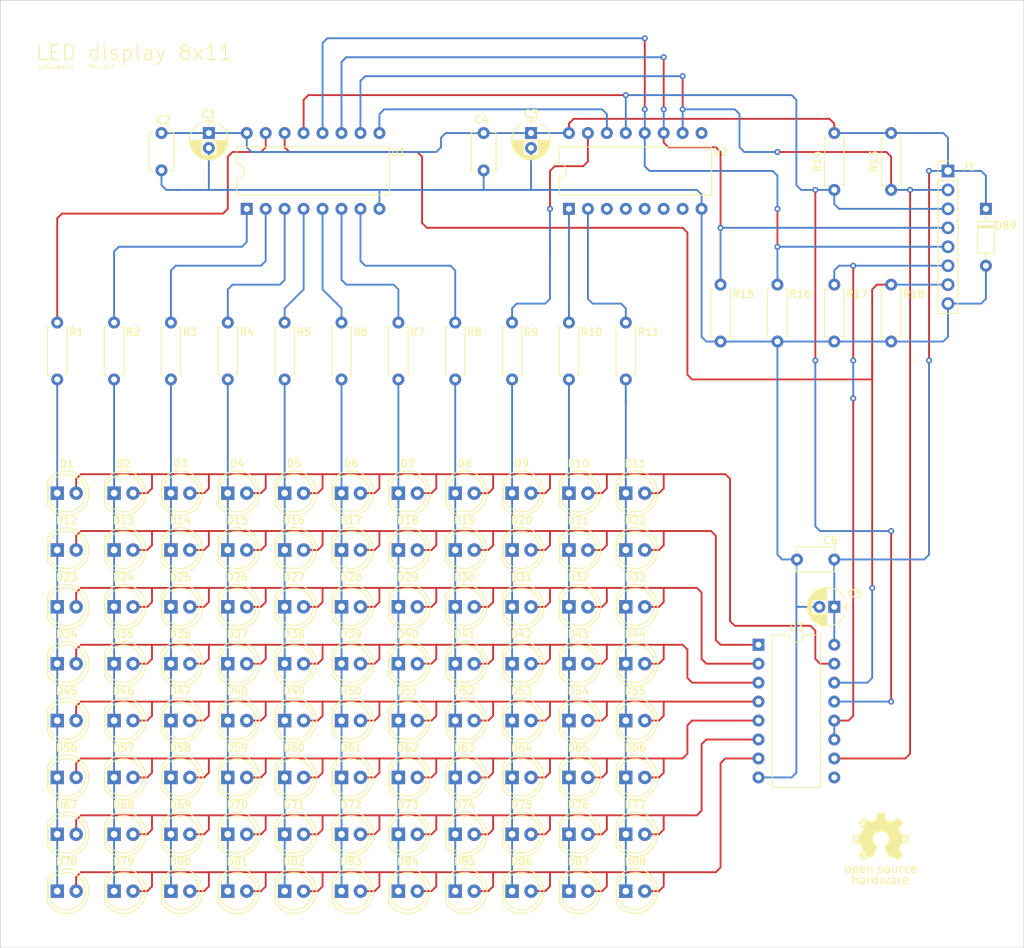
<source format=kicad_pcb>
(kicad_pcb (version 20171130) (host pcbnew "(5.1.6)-1")
  (layers (0 F.Cu signal) (31 B.Cu signal) (35 F.Paste user hide) (37 F.SilkS user) (38 B.Mask user hide) (39 F.Mask user hide) (44 Edge.Cuts user))
  (net 0 "")
  (net 1 GND)
  (net 2 +5V)
  (net 3 "Net-(D1-Pad2)")
  (net 4 "Net-(D1-Pad1)")
  (net 5 "Net-(D13-Pad1)")
  (net 6 "Net-(D14-Pad1)")
  (net 7 "Net-(D15-Pad1)")
  (net 8 "Net-(D16-Pad1)")
  (net 9 "Net-(D17-Pad1)")
  (net 10 "Net-(D18-Pad1)")
  (net 11 "Net-(D19-Pad1)")
  (net 12 "Net-(D20-Pad1)")
  (net 13 "Net-(D10-Pad1)")
  (net 14 "Net-(D11-Pad1)")
  (net 15 "Net-(D12-Pad2)")
  (net 16 "Net-(D23-Pad2)")
  (net 17 "Net-(D34-Pad2)")
  (net 18 "Net-(D45-Pad2)")
  (net 19 "Net-(D56-Pad2)")
  (net 20 "Net-(D67-Pad2)")
  (net 21 "Net-(D78-Pad2)")
  (net 22 /DATA)
  (net 23 /HSYNC)
  (net 24 /VSYNC)
  (net 25 /DCLK)
  (net 26 /EOUT)
  (net 27 /RESET)
  (net 28 "Net-(R1-Pad1)")
  (net 29 "Net-(R2-Pad1)")
  (net 30 "Net-(R3-Pad1)")
  (net 31 "Net-(R4-Pad1)")
  (net 32 "Net-(R5-Pad1)")
  (net 33 "Net-(R6-Pad1)")
  (net 34 "Net-(R7-Pad1)")
  (net 35 "Net-(R8-Pad1)")
  (net 36 "Net-(R9-Pad1)")
  (net 37 "Net-(R10-Pad1)")
  (net 38 "Net-(R11-Pad1)")
  (net 39 "Net-(U1-Pad9)")
  (module LED-display:oshw-spfb (layer F.Cu) (at 201.93 159.385)
    (fp_text reference G*** hide)
    (fp_text value LOGO hide)
  )
  (module Capacitors_THT:CP_Radial_D5.0mm_P2.00mm (layer F.Cu) (at 195.58 127 180)
    (fp_text reference C5 (at -2.794 1.778) (layer F.SilkS))
    (fp_text value 1u)
    (pad 1 thru_hole rect (at 0 0 180) (size 1.6 1.6) (drill 0.8) (layers *.Cu *.Mask) (net 2 +5V))
    (pad 2 thru_hole circle (at 2 0 180) (size 1.6 1.6) (drill 0.8) (layers *.Cu *.Mask) (net 1 GND))
  )
  (module Capacitors_THT:CP_Radial_D5.0mm_P2.00mm (layer F.Cu) (at 111.76 63.5 270)
    (fp_text reference C1 (at -2.54 0 180) (layer F.SilkS))
    (fp_text value 1u)
    (pad 1 thru_hole rect (at 0 0 270) (size 1.6 1.6) (drill 0.8) (layers *.Cu *.Mask) (net 2 +5V))
    (pad 2 thru_hole circle (at 2 0 270) (size 1.6 1.6) (drill 0.8) (layers *.Cu *.Mask) (net 1 GND))
  )
  (module Resistors_THT:R_Axial_DIN0207_L6.3mm_D2.5mm_P7.62mm_Horizontal (layer F.Cu) (at 203.2 83.82 270)
    (fp_text reference R18 (at 1.27 -3.048 180) (layer F.SilkS))
    (fp_text value 1MEG)
    (pad 1 thru_hole circle (at 0 0 270) (size 1.6 1.6) (drill 0.8) (layers *.Cu *.Mask) (net 22 /DATA))
    (pad 2 thru_hole oval (at 7.62 0 270) (size 1.6 1.6) (drill 0.8) (layers *.Cu *.Mask) (net 1 GND))
  )
  (module Resistors_THT:R_Axial_DIN0207_L6.3mm_D2.5mm_P7.62mm_Horizontal (layer F.Cu) (at 195.58 83.82 270)
    (fp_text reference R17 (at 1.27 -3.048 180) (layer F.SilkS))
    (fp_text value 1MEG)
    (pad 1 thru_hole circle (at 0 0 270) (size 1.6 1.6) (drill 0.8) (layers *.Cu *.Mask) (net 23 /HSYNC))
    (pad 2 thru_hole oval (at 7.62 0 270) (size 1.6 1.6) (drill 0.8) (layers *.Cu *.Mask) (net 1 GND))
  )
  (module Resistors_THT:R_Axial_DIN0207_L6.3mm_D2.5mm_P7.62mm_Horizontal (layer F.Cu) (at 187.96 83.82 270)
    (fp_text reference R16 (at 1.27 -3.048 180) (layer F.SilkS))
    (fp_text value 1MEG)
    (pad 1 thru_hole circle (at 0 0 270) (size 1.6 1.6) (drill 0.8) (layers *.Cu *.Mask) (net 24 /VSYNC))
    (pad 2 thru_hole oval (at 7.62 0 270) (size 1.6 1.6) (drill 0.8) (layers *.Cu *.Mask) (net 1 GND))
  )
  (module Resistors_THT:R_Axial_DIN0207_L6.3mm_D2.5mm_P7.62mm_Horizontal (layer F.Cu) (at 180.34 83.82 270)
    (fp_text reference R15 (at 1.27 -3.048 180) (layer F.SilkS))
    (fp_text value 1MEG)
    (pad 1 thru_hole circle (at 0 0 270) (size 1.6 1.6) (drill 0.8) (layers *.Cu *.Mask) (net 25 /DCLK))
    (pad 2 thru_hole oval (at 7.62 0 270) (size 1.6 1.6) (drill 0.8) (layers *.Cu *.Mask) (net 1 GND))
  )
  (module Resistors_THT:R_Axial_DIN0207_L6.3mm_D2.5mm_P7.62mm_Horizontal (layer F.Cu) (at 195.58 71.12 90)
    (fp_text reference R14 (at 3.81 -2.31 90) (layer F.SilkS))
    (fp_text value 1MEG)
    (pad 1 thru_hole circle (at 0 0 90) (size 1.6 1.6) (drill 0.8) (layers *.Cu *.Mask) (net 26 /EOUT))
    (pad 2 thru_hole oval (at 7.62 0 90) (size 1.6 1.6) (drill 0.8) (layers *.Cu *.Mask) (net 2 +5V))
  )
  (module Resistors_THT:R_Axial_DIN0207_L6.3mm_D2.5mm_P7.62mm_Horizontal (layer F.Cu) (at 203.2 71.12 90)
    (fp_text reference R13 (at 3.81 -2.31 90) (layer F.SilkS))
    (fp_text value 1MEG)
    (pad 1 thru_hole circle (at 0 0 90) (size 1.6 1.6) (drill 0.8) (layers *.Cu *.Mask) (net 27 /RESET))
    (pad 2 thru_hole oval (at 7.62 0 90) (size 1.6 1.6) (drill 0.8) (layers *.Cu *.Mask) (net 2 +5V))
  )
  (module Resistors_THT:R_Axial_DIN0207_L6.3mm_D2.5mm_P7.62mm_Horizontal (layer F.Cu) (at 167.64 88.9 270)
    (fp_text reference R11 (at 1.27 -3.048 180) (layer F.SilkS))
    (fp_text value 1K)
    (pad 1 thru_hole circle (at 0 0 270) (size 1.6 1.6) (drill 0.8) (layers *.Cu *.Mask) (net 38 "Net-(R11-Pad1)"))
    (pad 2 thru_hole oval (at 7.62 0 270) (size 1.6 1.6) (drill 0.8) (layers *.Cu *.Mask) (net 14 "Net-(D11-Pad1)"))
  )
  (module Resistors_THT:R_Axial_DIN0207_L6.3mm_D2.5mm_P7.62mm_Horizontal (layer F.Cu) (at 160.02 88.9 270)
    (fp_text reference R10 (at 1.27 -3.048 180) (layer F.SilkS))
    (fp_text value 1K)
    (pad 1 thru_hole circle (at 0 0 270) (size 1.6 1.6) (drill 0.8) (layers *.Cu *.Mask) (net 37 "Net-(R10-Pad1)"))
    (pad 2 thru_hole oval (at 7.62 0 270) (size 1.6 1.6) (drill 0.8) (layers *.Cu *.Mask) (net 13 "Net-(D10-Pad1)"))
  )
  (module Resistors_THT:R_Axial_DIN0207_L6.3mm_D2.5mm_P7.62mm_Horizontal (layer F.Cu) (at 152.4 88.9 270)
    (fp_text reference R9 (at 1.27 -2.564 180) (layer F.SilkS))
    (fp_text value 1K)
    (pad 1 thru_hole circle (at 0 0 270) (size 1.6 1.6) (drill 0.8) (layers *.Cu *.Mask) (net 36 "Net-(R9-Pad1)"))
    (pad 2 thru_hole oval (at 7.62 0 270) (size 1.6 1.6) (drill 0.8) (layers *.Cu *.Mask) (net 12 "Net-(D20-Pad1)"))
  )
  (module Resistors_THT:R_Axial_DIN0207_L6.3mm_D2.5mm_P7.62mm_Horizontal (layer F.Cu) (at 144.78 88.9 270)
    (fp_text reference R8 (at 1.27 -2.564 180) (layer F.SilkS))
    (fp_text value 1K)
    (pad 1 thru_hole circle (at 0 0 270) (size 1.6 1.6) (drill 0.8) (layers *.Cu *.Mask) (net 35 "Net-(R8-Pad1)"))
    (pad 2 thru_hole oval (at 7.62 0 270) (size 1.6 1.6) (drill 0.8) (layers *.Cu *.Mask) (net 11 "Net-(D19-Pad1)"))
  )
  (module Resistors_THT:R_Axial_DIN0207_L6.3mm_D2.5mm_P7.62mm_Horizontal (layer F.Cu) (at 137.16 88.9 270)
    (fp_text reference R7 (at 1.27 -2.564 180) (layer F.SilkS))
    (fp_text value 1K)
    (pad 1 thru_hole circle (at 0 0 270) (size 1.6 1.6) (drill 0.8) (layers *.Cu *.Mask) (net 34 "Net-(R7-Pad1)"))
    (pad 2 thru_hole oval (at 7.62 0 270) (size 1.6 1.6) (drill 0.8) (layers *.Cu *.Mask) (net 10 "Net-(D18-Pad1)"))
  )
  (module Resistors_THT:R_Axial_DIN0207_L6.3mm_D2.5mm_P7.62mm_Horizontal (layer F.Cu) (at 129.54 88.9 270)
    (fp_text reference R6 (at 1.27 -2.564 180) (layer F.SilkS))
    (fp_text value 1K)
    (pad 1 thru_hole circle (at 0 0 270) (size 1.6 1.6) (drill 0.8) (layers *.Cu *.Mask) (net 33 "Net-(R6-Pad1)"))
    (pad 2 thru_hole oval (at 7.62 0 270) (size 1.6 1.6) (drill 0.8) (layers *.Cu *.Mask) (net 9 "Net-(D17-Pad1)"))
  )
  (module Resistors_THT:R_Axial_DIN0207_L6.3mm_D2.5mm_P7.62mm_Horizontal (layer F.Cu) (at 121.92 88.9 270)
    (fp_text reference R5 (at 1.27 -2.564 180) (layer F.SilkS))
    (fp_text value 1K)
    (pad 1 thru_hole circle (at 0 0 270) (size 1.6 1.6) (drill 0.8) (layers *.Cu *.Mask) (net 32 "Net-(R5-Pad1)"))
    (pad 2 thru_hole oval (at 7.62 0 270) (size 1.6 1.6) (drill 0.8) (layers *.Cu *.Mask) (net 8 "Net-(D16-Pad1)"))
  )
  (module Resistors_THT:R_Axial_DIN0207_L6.3mm_D2.5mm_P7.62mm_Horizontal (layer F.Cu) (at 114.3 88.9 270)
    (fp_text reference R4 (at 1.27 -2.564 180) (layer F.SilkS))
    (fp_text value 1K)
    (pad 1 thru_hole circle (at 0 0 270) (size 1.6 1.6) (drill 0.8) (layers *.Cu *.Mask) (net 31 "Net-(R4-Pad1)"))
    (pad 2 thru_hole oval (at 7.62 0 270) (size 1.6 1.6) (drill 0.8) (layers *.Cu *.Mask) (net 7 "Net-(D15-Pad1)"))
  )
  (module Resistors_THT:R_Axial_DIN0207_L6.3mm_D2.5mm_P7.62mm_Horizontal (layer F.Cu) (at 106.68 88.9 270)
    (fp_text reference R3 (at 1.27 -2.564 180) (layer F.SilkS))
    (fp_text value 1K)
    (pad 1 thru_hole circle (at 0 0 270) (size 1.6 1.6) (drill 0.8) (layers *.Cu *.Mask) (net 30 "Net-(R3-Pad1)"))
    (pad 2 thru_hole oval (at 7.62 0 270) (size 1.6 1.6) (drill 0.8) (layers *.Cu *.Mask) (net 6 "Net-(D14-Pad1)"))
  )
  (module Resistors_THT:R_Axial_DIN0207_L6.3mm_D2.5mm_P7.62mm_Horizontal (layer F.Cu) (at 99.06 88.9 270)
    (fp_text reference R2 (at 1.27 -2.564 180) (layer F.SilkS))
    (fp_text value 1K)
    (pad 1 thru_hole circle (at 0 0 270) (size 1.6 1.6) (drill 0.8) (layers *.Cu *.Mask) (net 29 "Net-(R2-Pad1)"))
    (pad 2 thru_hole oval (at 7.62 0 270) (size 1.6 1.6) (drill 0.8) (layers *.Cu *.Mask) (net 5 "Net-(D13-Pad1)"))
  )
  (module Resistors_THT:R_Axial_DIN0207_L6.3mm_D2.5mm_P7.62mm_Horizontal (layer F.Cu) (at 91.44 88.9 270)
    (fp_text reference R1 (at 1.27 -2.564 180) (layer F.SilkS))
    (fp_text value 1K)
    (pad 1 thru_hole circle (at 0 0 270) (size 1.6 1.6) (drill 0.8) (layers *.Cu *.Mask) (net 28 "Net-(R1-Pad1)"))
    (pad 2 thru_hole oval (at 7.62 0 270) (size 1.6 1.6) (drill 0.8) (layers *.Cu *.Mask) (net 4 "Net-(D1-Pad1)"))
  )
  (module Capacitors_THT:C_Disc_D5.1mm_W3.2mm_P5.00mm (layer F.Cu) (at 195.58 120.65 180)
    (fp_text reference C6 (at 0.508 2.54) (layer F.SilkS))
    (fp_text value 0.1u)
    (pad 1 thru_hole circle (at 0 0 180) (size 1.6 1.6) (drill 0.8) (layers *.Cu *.Mask) (net 2 +5V))
    (pad 2 thru_hole circle (at 5 0 180) (size 1.6 1.6) (drill 0.8) (layers *.Cu *.Mask) (net 1 GND))
  )
  (module Capacitors_THT:C_Disc_D5.1mm_W3.2mm_P5.00mm (layer F.Cu) (at 148.59 63.5 270)
    (fp_text reference C4 (at -1.778 0.254 180) (layer F.SilkS))
    (fp_text value 0.1u)
    (pad 1 thru_hole circle (at 0 0 270) (size 1.6 1.6) (drill 0.8) (layers *.Cu *.Mask) (net 2 +5V))
    (pad 2 thru_hole circle (at 5 0 270) (size 1.6 1.6) (drill 0.8) (layers *.Cu *.Mask) (net 1 GND))
  )
  (module Capacitors_THT:CP_Radial_D5.0mm_P2.00mm (layer F.Cu) (at 154.94 63.5 270)
    (fp_text reference C3 (at -2.54 0 180) (layer F.SilkS))
    (fp_text value 1u)
    (pad 1 thru_hole rect (at 0 0 270) (size 1.6 1.6) (drill 0.8) (layers *.Cu *.Mask) (net 2 +5V))
    (pad 2 thru_hole circle (at 2 0 270) (size 1.6 1.6) (drill 0.8) (layers *.Cu *.Mask) (net 1 GND))
  )
  (module Capacitors_THT:C_Disc_D5.1mm_W3.2mm_P5.00mm (layer F.Cu) (at 105.41 63.5 270)
    (fp_text reference C2 (at -1.778 -0.254 180) (layer F.SilkS))
    (fp_text value 0.1u)
    (pad 1 thru_hole circle (at 0 0 270) (size 1.6 1.6) (drill 0.8) (layers *.Cu *.Mask) (net 2 +5V))
    (pad 2 thru_hole circle (at 5 0 270) (size 1.6 1.6) (drill 0.8) (layers *.Cu *.Mask) (net 1 GND))
  )
  (module Diode_THT:D_DO-35_SOD27_P7.62mm_Horizontal (layer F.Cu) (at 215.9 73.66 270)
    (fp_text reference D89 (at 2.21 -2.65 180) (layer F.SilkS))
    (fp_text value D_Zener_Small_ALT)
    (pad 2 thru_hole oval (at 7.62 0 270) (size 1.6 1.6) (drill 0.8) (layers *.Cu *.Mask) (net 1 GND))
    (pad 1 thru_hole rect (at 0 0 270) (size 1.6 1.6) (drill 0.8) (layers *.Cu *.Mask) (net 2 +5V))
  )
  (module Package_DIP:DIP-16_W10.16mm (layer F.Cu) (at 160.02 73.66 90)
    (fp_text reference U2 (at 7.62 20.32 180) (layer F.SilkS))
    (fp_text value 74HC595)
    (pad 1 thru_hole rect (at 0 0 90) (size 1.6 1.6) (drill 0.8) (layers *.Cu *.Mask) (net 37 "Net-(R10-Pad1)"))
    (pad 9 thru_hole oval (at 10.16 17.78 90) (size 1.6 1.6) (drill 0.8) (layers *.Cu *.Mask))
    (pad 2 thru_hole oval (at 0 2.54 90) (size 1.6 1.6) (drill 0.8) (layers *.Cu *.Mask) (net 38 "Net-(R11-Pad1)"))
    (pad 10 thru_hole oval (at 10.16 15.24 90) (size 1.6 1.6) (drill 0.8) (layers *.Cu *.Mask) (net 27 /RESET))
    (pad 3 thru_hole oval (at 0 5.08 90) (size 1.6 1.6) (drill 0.8) (layers *.Cu *.Mask))
    (pad 11 thru_hole oval (at 10.16 12.7 90) (size 1.6 1.6) (drill 0.8) (layers *.Cu *.Mask) (net 25 /DCLK))
    (pad 4 thru_hole oval (at 0 7.62 90) (size 1.6 1.6) (drill 0.8) (layers *.Cu *.Mask))
    (pad 12 thru_hole oval (at 10.16 10.16 90) (size 1.6 1.6) (drill 0.8) (layers *.Cu *.Mask) (net 24 /VSYNC))
    (pad 5 thru_hole oval (at 0 10.16 90) (size 1.6 1.6) (drill 0.8) (layers *.Cu *.Mask))
    (pad 13 thru_hole oval (at 10.16 7.62 90) (size 1.6 1.6) (drill 0.8) (layers *.Cu *.Mask) (net 26 /EOUT))
    (pad 6 thru_hole oval (at 0 12.7 90) (size 1.6 1.6) (drill 0.8) (layers *.Cu *.Mask))
    (pad 14 thru_hole oval (at 10.16 5.08 90) (size 1.6 1.6) (drill 0.8) (layers *.Cu *.Mask) (net 39 "Net-(U1-Pad9)"))
    (pad 7 thru_hole oval (at 0 15.24 90) (size 1.6 1.6) (drill 0.8) (layers *.Cu *.Mask))
    (pad 15 thru_hole oval (at 10.16 2.54 90) (size 1.6 1.6) (drill 0.8) (layers *.Cu *.Mask) (net 36 "Net-(R9-Pad1)"))
    (pad 8 thru_hole oval (at 0 17.78 90) (size 1.6 1.6) (drill 0.8) (layers *.Cu *.Mask) (net 1 GND))
    (pad 16 thru_hole oval (at 10.16 0 90) (size 1.6 1.6) (drill 0.8) (layers *.Cu *.Mask) (net 2 +5V))
  )
  (module Package_DIP:DIP-16_W10.16mm (layer F.Cu) (at 116.84 73.66 90)
    (fp_text reference U1 (at 7.62 20.32 180) (layer F.SilkS))
    (fp_text value 74HC595)
    (pad 1 thru_hole rect (at 0 0 90) (size 1.6 1.6) (drill 0.8) (layers *.Cu *.Mask) (net 29 "Net-(R2-Pad1)"))
    (pad 9 thru_hole oval (at 10.16 17.78 90) (size 1.6 1.6) (drill 0.8) (layers *.Cu *.Mask) (net 39 "Net-(U1-Pad9)"))
    (pad 2 thru_hole oval (at 0 2.54 90) (size 1.6 1.6) (drill 0.8) (layers *.Cu *.Mask) (net 30 "Net-(R3-Pad1)"))
    (pad 10 thru_hole oval (at 10.16 15.24 90) (size 1.6 1.6) (drill 0.8) (layers *.Cu *.Mask) (net 27 /RESET))
    (pad 3 thru_hole oval (at 0 5.08 90) (size 1.6 1.6) (drill 0.8) (layers *.Cu *.Mask) (net 31 "Net-(R4-Pad1)"))
    (pad 11 thru_hole oval (at 10.16 12.7 90) (size 1.6 1.6) (drill 0.8) (layers *.Cu *.Mask) (net 25 /DCLK))
    (pad 4 thru_hole oval (at 0 7.62 90) (size 1.6 1.6) (drill 0.8) (layers *.Cu *.Mask) (net 32 "Net-(R5-Pad1)"))
    (pad 12 thru_hole oval (at 10.16 10.16 90) (size 1.6 1.6) (drill 0.8) (layers *.Cu *.Mask) (net 24 /VSYNC))
    (pad 5 thru_hole oval (at 0 10.16 90) (size 1.6 1.6) (drill 0.8) (layers *.Cu *.Mask) (net 33 "Net-(R6-Pad1)"))
    (pad 13 thru_hole oval (at 10.16 7.62 90) (size 1.6 1.6) (drill 0.8) (layers *.Cu *.Mask) (net 26 /EOUT))
    (pad 6 thru_hole oval (at 0 12.7 90) (size 1.6 1.6) (drill 0.8) (layers *.Cu *.Mask) (net 34 "Net-(R7-Pad1)"))
    (pad 14 thru_hole oval (at 10.16 5.08 90) (size 1.6 1.6) (drill 0.8) (layers *.Cu *.Mask) (net 22 /DATA))
    (pad 7 thru_hole oval (at 0 15.24 90) (size 1.6 1.6) (drill 0.8) (layers *.Cu *.Mask) (net 35 "Net-(R8-Pad1)"))
    (pad 15 thru_hole oval (at 10.16 2.54 90) (size 1.6 1.6) (drill 0.8) (layers *.Cu *.Mask) (net 28 "Net-(R1-Pad1)"))
    (pad 8 thru_hole oval (at 0 17.78 90) (size 1.6 1.6) (drill 0.8) (layers *.Cu *.Mask) (net 1 GND))
    (pad 16 thru_hole oval (at 10.16 0 90) (size 1.6 1.6) (drill 0.8) (layers *.Cu *.Mask) (net 2 +5V))
  )
  (module LED_THT:LED_D5.0mm (layer F.Cu) (at 160.02 127)
    (fp_text reference D32 (at 1.27 -3.96) (layer F.SilkS))
    (fp_text value LED_White)
    (pad 1 thru_hole rect (at 0 0) (size 1.8 1.8) (drill 0.9) (layers *.Cu *.Mask) (net 13 "Net-(D10-Pad1)"))
    (pad 2 thru_hole circle (at 2.54 0) (size 1.8 1.8) (drill 0.9) (layers *.Cu *.Mask) (net 16 "Net-(D23-Pad2)"))
  )
  (module Package_DIP:DIP-16_W10.16mm (layer F.Cu) (at 185.42 132.08)
    (fp_text reference U3 (at 5.08 -2.32) (layer F.SilkS))
    (fp_text value 74HC595)
    (pad 1 thru_hole rect (at 0 0) (size 1.6 1.6) (drill 0.8) (layers *.Cu *.Mask) (net 15 "Net-(D12-Pad2)"))
    (pad 9 thru_hole oval (at 10.16 17.78) (size 1.6 1.6) (drill 0.8) (layers *.Cu *.Mask))
    (pad 2 thru_hole oval (at 0 2.54) (size 1.6 1.6) (drill 0.8) (layers *.Cu *.Mask) (net 16 "Net-(D23-Pad2)"))
    (pad 10 thru_hole oval (at 10.16 15.24) (size 1.6 1.6) (drill 0.8) (layers *.Cu *.Mask) (net 27 /RESET))
    (pad 3 thru_hole oval (at 0 5.08) (size 1.6 1.6) (drill 0.8) (layers *.Cu *.Mask) (net 17 "Net-(D34-Pad2)"))
    (pad 11 thru_hole oval (at 10.16 12.7) (size 1.6 1.6) (drill 0.8) (layers *.Cu *.Mask) (net 23 /HSYNC))
    (pad 4 thru_hole oval (at 0 7.62) (size 1.6 1.6) (drill 0.8) (layers *.Cu *.Mask) (net 18 "Net-(D45-Pad2)"))
    (pad 12 thru_hole oval (at 10.16 10.16) (size 1.6 1.6) (drill 0.8) (layers *.Cu *.Mask) (net 23 /HSYNC))
    (pad 5 thru_hole oval (at 0 10.16) (size 1.6 1.6) (drill 0.8) (layers *.Cu *.Mask) (net 19 "Net-(D56-Pad2)"))
    (pad 13 thru_hole oval (at 10.16 7.62) (size 1.6 1.6) (drill 0.8) (layers *.Cu *.Mask) (net 26 /EOUT))
    (pad 6 thru_hole oval (at 0 12.7) (size 1.6 1.6) (drill 0.8) (layers *.Cu *.Mask) (net 20 "Net-(D67-Pad2)"))
    (pad 14 thru_hole oval (at 10.16 5.08) (size 1.6 1.6) (drill 0.8) (layers *.Cu *.Mask) (net 22 /DATA))
    (pad 7 thru_hole oval (at 0 15.24) (size 1.6 1.6) (drill 0.8) (layers *.Cu *.Mask) (net 21 "Net-(D78-Pad2)"))
    (pad 15 thru_hole oval (at 10.16 2.54) (size 1.6 1.6) (drill 0.8) (layers *.Cu *.Mask) (net 3 "Net-(D1-Pad2)"))
    (pad 8 thru_hole oval (at 0 17.78) (size 1.6 1.6) (drill 0.8) (layers *.Cu *.Mask) (net 1 GND))
    (pad 16 thru_hole oval (at 10.16 0) (size 1.6 1.6) (drill 0.8) (layers *.Cu *.Mask) (net 2 +5V))
  )
  (module Connector_PinHeader_2.54mm:PinHeader_1x08_P2.54mm_Vertical (layer F.Cu) (at 210.82 68.58)
    (fp_text reference J1 (at 2.81 -0.61) (layer F.SilkS))
    (fp_text value Conn_01x08)
    (pad 1 thru_hole rect (at 0 0) (size 1.7 1.7) (drill 1) (layers *.Cu *.Mask) (net 2 +5V))
    (pad 2 thru_hole oval (at 0 2.54) (size 1.7 1.7) (drill 1) (layers *.Cu *.Mask) (net 27 /RESET))
    (pad 3 thru_hole oval (at 0 5.08) (size 1.7 1.7) (drill 1) (layers *.Cu *.Mask) (net 26 /EOUT))
    (pad 4 thru_hole oval (at 0 7.62) (size 1.7 1.7) (drill 1) (layers *.Cu *.Mask) (net 25 /DCLK))
    (pad 5 thru_hole oval (at 0 10.16) (size 1.7 1.7) (drill 1) (layers *.Cu *.Mask) (net 24 /VSYNC))
    (pad 6 thru_hole oval (at 0 12.7) (size 1.7 1.7) (drill 1) (layers *.Cu *.Mask) (net 23 /HSYNC))
    (pad 7 thru_hole oval (at 0 15.24) (size 1.7 1.7) (drill 1) (layers *.Cu *.Mask) (net 22 /DATA))
    (pad 8 thru_hole oval (at 0 17.78) (size 1.7 1.7) (drill 1) (layers *.Cu *.Mask) (net 1 GND))
  )
  (module LED_THT:LED_D5.0mm (layer F.Cu) (at 167.64 165.1)
    (fp_text reference D88 (at 1.27 -3.96) (layer F.SilkS))
    (fp_text value LED_White)
    (pad 1 thru_hole rect (at 0 0) (size 1.8 1.8) (drill 0.9) (layers *.Cu *.Mask) (net 14 "Net-(D11-Pad1)"))
    (pad 2 thru_hole circle (at 2.54 0) (size 1.8 1.8) (drill 0.9) (layers *.Cu *.Mask) (net 21 "Net-(D78-Pad2)"))
  )
  (module LED_THT:LED_D5.0mm (layer F.Cu) (at 160.02 165.1)
    (fp_text reference D87 (at 1.27 -3.96) (layer F.SilkS))
    (fp_text value LED_White)
    (pad 1 thru_hole rect (at 0 0) (size 1.8 1.8) (drill 0.9) (layers *.Cu *.Mask) (net 13 "Net-(D10-Pad1)"))
    (pad 2 thru_hole circle (at 2.54 0) (size 1.8 1.8) (drill 0.9) (layers *.Cu *.Mask) (net 21 "Net-(D78-Pad2)"))
  )
  (module LED_THT:LED_D5.0mm (layer F.Cu) (at 152.4 165.1)
    (fp_text reference D86 (at 1.27 -3.96) (layer F.SilkS))
    (fp_text value LED_White)
    (pad 1 thru_hole rect (at 0 0) (size 1.8 1.8) (drill 0.9) (layers *.Cu *.Mask) (net 12 "Net-(D20-Pad1)"))
    (pad 2 thru_hole circle (at 2.54 0) (size 1.8 1.8) (drill 0.9) (layers *.Cu *.Mask) (net 21 "Net-(D78-Pad2)"))
  )
  (module LED_THT:LED_D5.0mm (layer F.Cu) (at 144.78 165.1)
    (fp_text reference D85 (at 1.27 -3.96) (layer F.SilkS))
    (fp_text value LED_White)
    (pad 1 thru_hole rect (at 0 0) (size 1.8 1.8) (drill 0.9) (layers *.Cu *.Mask) (net 11 "Net-(D19-Pad1)"))
    (pad 2 thru_hole circle (at 2.54 0) (size 1.8 1.8) (drill 0.9) (layers *.Cu *.Mask) (net 21 "Net-(D78-Pad2)"))
  )
  (module LED_THT:LED_D5.0mm (layer F.Cu) (at 137.16 165.1)
    (fp_text reference D84 (at 1.27 -3.96) (layer F.SilkS))
    (fp_text value LED_White)
    (pad 1 thru_hole rect (at 0 0) (size 1.8 1.8) (drill 0.9) (layers *.Cu *.Mask) (net 10 "Net-(D18-Pad1)"))
    (pad 2 thru_hole circle (at 2.54 0) (size 1.8 1.8) (drill 0.9) (layers *.Cu *.Mask) (net 21 "Net-(D78-Pad2)"))
  )
  (module LED_THT:LED_D5.0mm (layer F.Cu) (at 129.54 165.1)
    (fp_text reference D83 (at 1.27 -3.96) (layer F.SilkS))
    (fp_text value LED_White)
    (pad 1 thru_hole rect (at 0 0) (size 1.8 1.8) (drill 0.9) (layers *.Cu *.Mask) (net 9 "Net-(D17-Pad1)"))
    (pad 2 thru_hole circle (at 2.54 0) (size 1.8 1.8) (drill 0.9) (layers *.Cu *.Mask) (net 21 "Net-(D78-Pad2)"))
  )
  (module LED_THT:LED_D5.0mm (layer F.Cu) (at 121.92 165.1)
    (fp_text reference D82 (at 1.27 -3.96) (layer F.SilkS))
    (fp_text value LED_White)
    (pad 1 thru_hole rect (at 0 0) (size 1.8 1.8) (drill 0.9) (layers *.Cu *.Mask) (net 8 "Net-(D16-Pad1)"))
    (pad 2 thru_hole circle (at 2.54 0) (size 1.8 1.8) (drill 0.9) (layers *.Cu *.Mask) (net 21 "Net-(D78-Pad2)"))
  )
  (module LED_THT:LED_D5.0mm (layer F.Cu) (at 114.3 165.1)
    (fp_text reference D81 (at 1.27 -3.96) (layer F.SilkS))
    (fp_text value LED_White)
    (pad 1 thru_hole rect (at 0 0) (size 1.8 1.8) (drill 0.9) (layers *.Cu *.Mask) (net 7 "Net-(D15-Pad1)"))
    (pad 2 thru_hole circle (at 2.54 0) (size 1.8 1.8) (drill 0.9) (layers *.Cu *.Mask) (net 21 "Net-(D78-Pad2)"))
  )
  (module LED_THT:LED_D5.0mm (layer F.Cu) (at 106.68 165.1)
    (fp_text reference D80 (at 1.27 -3.96) (layer F.SilkS))
    (fp_text value LED_White)
    (pad 1 thru_hole rect (at 0 0) (size 1.8 1.8) (drill 0.9) (layers *.Cu *.Mask) (net 6 "Net-(D14-Pad1)"))
    (pad 2 thru_hole circle (at 2.54 0) (size 1.8 1.8) (drill 0.9) (layers *.Cu *.Mask) (net 21 "Net-(D78-Pad2)"))
  )
  (module LED_THT:LED_D5.0mm (layer F.Cu) (at 99.06 165.1)
    (fp_text reference D79 (at 1.27 -3.96) (layer F.SilkS))
    (fp_text value LED_White)
    (pad 1 thru_hole rect (at 0 0) (size 1.8 1.8) (drill 0.9) (layers *.Cu *.Mask) (net 5 "Net-(D13-Pad1)"))
    (pad 2 thru_hole circle (at 2.54 0) (size 1.8 1.8) (drill 0.9) (layers *.Cu *.Mask) (net 21 "Net-(D78-Pad2)"))
  )
  (module LED_THT:LED_D5.0mm (layer F.Cu) (at 91.44 165.1)
    (fp_text reference D78 (at 1.27 -3.96) (layer F.SilkS))
    (fp_text value LED_White)
    (pad 1 thru_hole rect (at 0 0) (size 1.8 1.8) (drill 0.9) (layers *.Cu *.Mask) (net 4 "Net-(D1-Pad1)"))
    (pad 2 thru_hole circle (at 2.54 0) (size 1.8 1.8) (drill 0.9) (layers *.Cu *.Mask) (net 21 "Net-(D78-Pad2)"))
  )
  (module LED_THT:LED_D5.0mm (layer F.Cu) (at 167.64 157.48)
    (fp_text reference D77 (at 1.27 -3.96) (layer F.SilkS))
    (fp_text value LED_White)
    (pad 1 thru_hole rect (at 0 0) (size 1.8 1.8) (drill 0.9) (layers *.Cu *.Mask) (net 14 "Net-(D11-Pad1)"))
    (pad 2 thru_hole circle (at 2.54 0) (size 1.8 1.8) (drill 0.9) (layers *.Cu *.Mask) (net 20 "Net-(D67-Pad2)"))
  )
  (module LED_THT:LED_D5.0mm (layer F.Cu) (at 160.02 157.48)
    (fp_text reference D76 (at 1.27 -3.96) (layer F.SilkS))
    (fp_text value LED_White)
    (pad 1 thru_hole rect (at 0 0) (size 1.8 1.8) (drill 0.9) (layers *.Cu *.Mask) (net 13 "Net-(D10-Pad1)"))
    (pad 2 thru_hole circle (at 2.54 0) (size 1.8 1.8) (drill 0.9) (layers *.Cu *.Mask) (net 20 "Net-(D67-Pad2)"))
  )
  (module LED_THT:LED_D5.0mm (layer F.Cu) (at 152.4 157.48)
    (fp_text reference D75 (at 1.27 -3.96) (layer F.SilkS))
    (fp_text value LED_White)
    (pad 1 thru_hole rect (at 0 0) (size 1.8 1.8) (drill 0.9) (layers *.Cu *.Mask) (net 12 "Net-(D20-Pad1)"))
    (pad 2 thru_hole circle (at 2.54 0) (size 1.8 1.8) (drill 0.9) (layers *.Cu *.Mask) (net 20 "Net-(D67-Pad2)"))
  )
  (module LED_THT:LED_D5.0mm (layer F.Cu) (at 144.78 157.48)
    (fp_text reference D74 (at 1.27 -3.96) (layer F.SilkS))
    (fp_text value LED_White)
    (pad 1 thru_hole rect (at 0 0) (size 1.8 1.8) (drill 0.9) (layers *.Cu *.Mask) (net 11 "Net-(D19-Pad1)"))
    (pad 2 thru_hole circle (at 2.54 0) (size 1.8 1.8) (drill 0.9) (layers *.Cu *.Mask) (net 20 "Net-(D67-Pad2)"))
  )
  (module LED_THT:LED_D5.0mm (layer F.Cu) (at 137.16 157.48)
    (fp_text reference D73 (at 1.27 -3.96) (layer F.SilkS))
    (fp_text value LED_White)
    (pad 1 thru_hole rect (at 0 0) (size 1.8 1.8) (drill 0.9) (layers *.Cu *.Mask) (net 10 "Net-(D18-Pad1)"))
    (pad 2 thru_hole circle (at 2.54 0) (size 1.8 1.8) (drill 0.9) (layers *.Cu *.Mask) (net 20 "Net-(D67-Pad2)"))
  )
  (module LED_THT:LED_D5.0mm (layer F.Cu) (at 129.54 157.48)
    (fp_text reference D72 (at 1.27 -3.96) (layer F.SilkS))
    (fp_text value LED_White)
    (pad 1 thru_hole rect (at 0 0) (size 1.8 1.8) (drill 0.9) (layers *.Cu *.Mask) (net 9 "Net-(D17-Pad1)"))
    (pad 2 thru_hole circle (at 2.54 0) (size 1.8 1.8) (drill 0.9) (layers *.Cu *.Mask) (net 20 "Net-(D67-Pad2)"))
  )
  (module LED_THT:LED_D5.0mm (layer F.Cu) (at 121.92 157.48)
    (fp_text reference D71 (at 1.27 -3.96) (layer F.SilkS))
    (fp_text value LED_White)
    (pad 1 thru_hole rect (at 0 0) (size 1.8 1.8) (drill 0.9) (layers *.Cu *.Mask) (net 8 "Net-(D16-Pad1)"))
    (pad 2 thru_hole circle (at 2.54 0) (size 1.8 1.8) (drill 0.9) (layers *.Cu *.Mask) (net 20 "Net-(D67-Pad2)"))
  )
  (module LED_THT:LED_D5.0mm (layer F.Cu) (at 114.3 157.48)
    (fp_text reference D70 (at 1.27 -3.96) (layer F.SilkS))
    (fp_text value LED_White)
    (pad 1 thru_hole rect (at 0 0) (size 1.8 1.8) (drill 0.9) (layers *.Cu *.Mask) (net 7 "Net-(D15-Pad1)"))
    (pad 2 thru_hole circle (at 2.54 0) (size 1.8 1.8) (drill 0.9) (layers *.Cu *.Mask) (net 20 "Net-(D67-Pad2)"))
  )
  (module LED_THT:LED_D5.0mm (layer F.Cu) (at 106.68 157.48)
    (fp_text reference D69 (at 1.27 -3.96) (layer F.SilkS))
    (fp_text value LED_White)
    (pad 1 thru_hole rect (at 0 0) (size 1.8 1.8) (drill 0.9) (layers *.Cu *.Mask) (net 6 "Net-(D14-Pad1)"))
    (pad 2 thru_hole circle (at 2.54 0) (size 1.8 1.8) (drill 0.9) (layers *.Cu *.Mask) (net 20 "Net-(D67-Pad2)"))
  )
  (module LED_THT:LED_D5.0mm (layer F.Cu) (at 99.06 157.48)
    (fp_text reference D68 (at 1.27 -3.96) (layer F.SilkS))
    (fp_text value LED_White)
    (pad 1 thru_hole rect (at 0 0) (size 1.8 1.8) (drill 0.9) (layers *.Cu *.Mask) (net 5 "Net-(D13-Pad1)"))
    (pad 2 thru_hole circle (at 2.54 0) (size 1.8 1.8) (drill 0.9) (layers *.Cu *.Mask) (net 20 "Net-(D67-Pad2)"))
  )
  (module LED_THT:LED_D5.0mm (layer F.Cu) (at 91.44 157.48)
    (fp_text reference D67 (at 1.27 -3.96) (layer F.SilkS))
    (fp_text value LED_White)
    (pad 1 thru_hole rect (at 0 0) (size 1.8 1.8) (drill 0.9) (layers *.Cu *.Mask) (net 4 "Net-(D1-Pad1)"))
    (pad 2 thru_hole circle (at 2.54 0) (size 1.8 1.8) (drill 0.9) (layers *.Cu *.Mask) (net 20 "Net-(D67-Pad2)"))
  )
  (module LED_THT:LED_D5.0mm (layer F.Cu) (at 167.64 149.86)
    (fp_text reference D66 (at 1.27 -3.96) (layer F.SilkS))
    (fp_text value LED_White)
    (pad 1 thru_hole rect (at 0 0) (size 1.8 1.8) (drill 0.9) (layers *.Cu *.Mask) (net 14 "Net-(D11-Pad1)"))
    (pad 2 thru_hole circle (at 2.54 0) (size 1.8 1.8) (drill 0.9) (layers *.Cu *.Mask) (net 19 "Net-(D56-Pad2)"))
  )
  (module LED_THT:LED_D5.0mm (layer F.Cu) (at 160.02 149.86)
    (fp_text reference D65 (at 1.27 -3.96) (layer F.SilkS))
    (fp_text value LED_White)
    (pad 1 thru_hole rect (at 0 0) (size 1.8 1.8) (drill 0.9) (layers *.Cu *.Mask) (net 13 "Net-(D10-Pad1)"))
    (pad 2 thru_hole circle (at 2.54 0) (size 1.8 1.8) (drill 0.9) (layers *.Cu *.Mask) (net 19 "Net-(D56-Pad2)"))
  )
  (module LED_THT:LED_D5.0mm (layer F.Cu) (at 152.4 149.86)
    (fp_text reference D64 (at 1.27 -3.96) (layer F.SilkS))
    (fp_text value LED_White)
    (pad 1 thru_hole rect (at 0 0) (size 1.8 1.8) (drill 0.9) (layers *.Cu *.Mask) (net 12 "Net-(D20-Pad1)"))
    (pad 2 thru_hole circle (at 2.54 0) (size 1.8 1.8) (drill 0.9) (layers *.Cu *.Mask) (net 19 "Net-(D56-Pad2)"))
  )
  (module LED_THT:LED_D5.0mm (layer F.Cu) (at 144.78 149.86)
    (fp_text reference D63 (at 1.27 -3.96) (layer F.SilkS))
    (fp_text value LED_White)
    (pad 1 thru_hole rect (at 0 0) (size 1.8 1.8) (drill 0.9) (layers *.Cu *.Mask) (net 11 "Net-(D19-Pad1)"))
    (pad 2 thru_hole circle (at 2.54 0) (size 1.8 1.8) (drill 0.9) (layers *.Cu *.Mask) (net 19 "Net-(D56-Pad2)"))
  )
  (module LED_THT:LED_D5.0mm (layer F.Cu) (at 137.16 149.86)
    (fp_text reference D62 (at 1.27 -3.96) (layer F.SilkS))
    (fp_text value LED_White)
    (pad 1 thru_hole rect (at 0 0) (size 1.8 1.8) (drill 0.9) (layers *.Cu *.Mask) (net 10 "Net-(D18-Pad1)"))
    (pad 2 thru_hole circle (at 2.54 0) (size 1.8 1.8) (drill 0.9) (layers *.Cu *.Mask) (net 19 "Net-(D56-Pad2)"))
  )
  (module LED_THT:LED_D5.0mm (layer F.Cu) (at 129.54 149.86)
    (fp_text reference D61 (at 1.27 -3.96) (layer F.SilkS))
    (fp_text value LED_White)
    (pad 1 thru_hole rect (at 0 0) (size 1.8 1.8) (drill 0.9) (layers *.Cu *.Mask) (net 9 "Net-(D17-Pad1)"))
    (pad 2 thru_hole circle (at 2.54 0) (size 1.8 1.8) (drill 0.9) (layers *.Cu *.Mask) (net 19 "Net-(D56-Pad2)"))
  )
  (module LED_THT:LED_D5.0mm (layer F.Cu) (at 121.92 149.86)
    (fp_text reference D60 (at 1.27 -3.96) (layer F.SilkS))
    (fp_text value LED_White)
    (pad 1 thru_hole rect (at 0 0) (size 1.8 1.8) (drill 0.9) (layers *.Cu *.Mask) (net 8 "Net-(D16-Pad1)"))
    (pad 2 thru_hole circle (at 2.54 0) (size 1.8 1.8) (drill 0.9) (layers *.Cu *.Mask) (net 19 "Net-(D56-Pad2)"))
  )
  (module LED_THT:LED_D5.0mm (layer F.Cu) (at 114.3 149.86)
    (fp_text reference D59 (at 1.27 -3.96) (layer F.SilkS))
    (fp_text value LED_White)
    (pad 1 thru_hole rect (at 0 0) (size 1.8 1.8) (drill 0.9) (layers *.Cu *.Mask) (net 7 "Net-(D15-Pad1)"))
    (pad 2 thru_hole circle (at 2.54 0) (size 1.8 1.8) (drill 0.9) (layers *.Cu *.Mask) (net 19 "Net-(D56-Pad2)"))
  )
  (module LED_THT:LED_D5.0mm (layer F.Cu) (at 106.68 149.86)
    (fp_text reference D58 (at 1.27 -3.96) (layer F.SilkS))
    (fp_text value LED_White)
    (pad 1 thru_hole rect (at 0 0) (size 1.8 1.8) (drill 0.9) (layers *.Cu *.Mask) (net 6 "Net-(D14-Pad1)"))
    (pad 2 thru_hole circle (at 2.54 0) (size 1.8 1.8) (drill 0.9) (layers *.Cu *.Mask) (net 19 "Net-(D56-Pad2)"))
  )
  (module LED_THT:LED_D5.0mm (layer F.Cu) (at 99.06 149.86)
    (fp_text reference D57 (at 1.27 -3.96) (layer F.SilkS))
    (fp_text value LED_White)
    (pad 1 thru_hole rect (at 0 0) (size 1.8 1.8) (drill 0.9) (layers *.Cu *.Mask) (net 5 "Net-(D13-Pad1)"))
    (pad 2 thru_hole circle (at 2.54 0) (size 1.8 1.8) (drill 0.9) (layers *.Cu *.Mask) (net 19 "Net-(D56-Pad2)"))
  )
  (module LED_THT:LED_D5.0mm (layer F.Cu) (at 91.44 149.86)
    (fp_text reference D56 (at 1.27 -3.96) (layer F.SilkS))
    (fp_text value LED_White)
    (pad 1 thru_hole rect (at 0 0) (size 1.8 1.8) (drill 0.9) (layers *.Cu *.Mask) (net 4 "Net-(D1-Pad1)"))
    (pad 2 thru_hole circle (at 2.54 0) (size 1.8 1.8) (drill 0.9) (layers *.Cu *.Mask) (net 19 "Net-(D56-Pad2)"))
  )
  (module LED_THT:LED_D5.0mm (layer F.Cu) (at 167.64 142.24)
    (fp_text reference D55 (at 1.27 -3.96) (layer F.SilkS))
    (fp_text value LED_White)
    (pad 1 thru_hole rect (at 0 0) (size 1.8 1.8) (drill 0.9) (layers *.Cu *.Mask) (net 14 "Net-(D11-Pad1)"))
    (pad 2 thru_hole circle (at 2.54 0) (size 1.8 1.8) (drill 0.9) (layers *.Cu *.Mask) (net 18 "Net-(D45-Pad2)"))
  )
  (module LED_THT:LED_D5.0mm (layer F.Cu) (at 160.02 142.24)
    (fp_text reference D54 (at 1.27 -3.96) (layer F.SilkS))
    (fp_text value LED_White)
    (pad 1 thru_hole rect (at 0 0) (size 1.8 1.8) (drill 0.9) (layers *.Cu *.Mask) (net 13 "Net-(D10-Pad1)"))
    (pad 2 thru_hole circle (at 2.54 0) (size 1.8 1.8) (drill 0.9) (layers *.Cu *.Mask) (net 18 "Net-(D45-Pad2)"))
  )
  (module LED_THT:LED_D5.0mm (layer F.Cu) (at 152.4 142.24)
    (fp_text reference D53 (at 1.27 -3.96) (layer F.SilkS))
    (fp_text value LED_White)
    (pad 1 thru_hole rect (at 0 0) (size 1.8 1.8) (drill 0.9) (layers *.Cu *.Mask) (net 12 "Net-(D20-Pad1)"))
    (pad 2 thru_hole circle (at 2.54 0) (size 1.8 1.8) (drill 0.9) (layers *.Cu *.Mask) (net 18 "Net-(D45-Pad2)"))
  )
  (module LED_THT:LED_D5.0mm (layer F.Cu) (at 144.78 142.24)
    (fp_text reference D52 (at 1.27 -3.96) (layer F.SilkS))
    (fp_text value LED_White)
    (pad 1 thru_hole rect (at 0 0) (size 1.8 1.8) (drill 0.9) (layers *.Cu *.Mask) (net 11 "Net-(D19-Pad1)"))
    (pad 2 thru_hole circle (at 2.54 0) (size 1.8 1.8) (drill 0.9) (layers *.Cu *.Mask) (net 18 "Net-(D45-Pad2)"))
  )
  (module LED_THT:LED_D5.0mm (layer F.Cu) (at 137.16 142.24)
    (fp_text reference D51 (at 1.27 -3.96) (layer F.SilkS))
    (fp_text value LED_White)
    (pad 1 thru_hole rect (at 0 0) (size 1.8 1.8) (drill 0.9) (layers *.Cu *.Mask) (net 10 "Net-(D18-Pad1)"))
    (pad 2 thru_hole circle (at 2.54 0) (size 1.8 1.8) (drill 0.9) (layers *.Cu *.Mask) (net 18 "Net-(D45-Pad2)"))
  )
  (module LED_THT:LED_D5.0mm (layer F.Cu) (at 129.54 142.24)
    (fp_text reference D50 (at 1.27 -3.96) (layer F.SilkS))
    (fp_text value LED_White)
    (pad 1 thru_hole rect (at 0 0) (size 1.8 1.8) (drill 0.9) (layers *.Cu *.Mask) (net 9 "Net-(D17-Pad1)"))
    (pad 2 thru_hole circle (at 2.54 0) (size 1.8 1.8) (drill 0.9) (layers *.Cu *.Mask) (net 18 "Net-(D45-Pad2)"))
  )
  (module LED_THT:LED_D5.0mm (layer F.Cu) (at 121.92 142.24)
    (fp_text reference D49 (at 1.27 -3.96) (layer F.SilkS))
    (fp_text value LED_White)
    (pad 1 thru_hole rect (at 0 0) (size 1.8 1.8) (drill 0.9) (layers *.Cu *.Mask) (net 8 "Net-(D16-Pad1)"))
    (pad 2 thru_hole circle (at 2.54 0) (size 1.8 1.8) (drill 0.9) (layers *.Cu *.Mask) (net 18 "Net-(D45-Pad2)"))
  )
  (module LED_THT:LED_D5.0mm (layer F.Cu) (at 114.3 142.24)
    (fp_text reference D48 (at 1.27 -3.96) (layer F.SilkS))
    (fp_text value LED_White)
    (pad 1 thru_hole rect (at 0 0) (size 1.8 1.8) (drill 0.9) (layers *.Cu *.Mask) (net 7 "Net-(D15-Pad1)"))
    (pad 2 thru_hole circle (at 2.54 0) (size 1.8 1.8) (drill 0.9) (layers *.Cu *.Mask) (net 18 "Net-(D45-Pad2)"))
  )
  (module LED_THT:LED_D5.0mm (layer F.Cu) (at 106.68 142.24)
    (fp_text reference D47 (at 1.27 -3.96) (layer F.SilkS))
    (fp_text value LED_White)
    (pad 1 thru_hole rect (at 0 0) (size 1.8 1.8) (drill 0.9) (layers *.Cu *.Mask) (net 6 "Net-(D14-Pad1)"))
    (pad 2 thru_hole circle (at 2.54 0) (size 1.8 1.8) (drill 0.9) (layers *.Cu *.Mask) (net 18 "Net-(D45-Pad2)"))
  )
  (module LED_THT:LED_D5.0mm (layer F.Cu) (at 99.06 142.24)
    (fp_text reference D46 (at 1.27 -3.96) (layer F.SilkS))
    (fp_text value LED_White)
    (pad 1 thru_hole rect (at 0 0) (size 1.8 1.8) (drill 0.9) (layers *.Cu *.Mask) (net 5 "Net-(D13-Pad1)"))
    (pad 2 thru_hole circle (at 2.54 0) (size 1.8 1.8) (drill 0.9) (layers *.Cu *.Mask) (net 18 "Net-(D45-Pad2)"))
  )
  (module LED_THT:LED_D5.0mm (layer F.Cu) (at 91.44 142.24)
    (fp_text reference D45 (at 1.27 -3.96) (layer F.SilkS))
    (fp_text value LED_White)
    (pad 1 thru_hole rect (at 0 0) (size 1.8 1.8) (drill 0.9) (layers *.Cu *.Mask) (net 4 "Net-(D1-Pad1)"))
    (pad 2 thru_hole circle (at 2.54 0) (size 1.8 1.8) (drill 0.9) (layers *.Cu *.Mask) (net 18 "Net-(D45-Pad2)"))
  )
  (module LED_THT:LED_D5.0mm (layer F.Cu) (at 167.64 134.62)
    (fp_text reference D44 (at 1.27 -3.96) (layer F.SilkS))
    (fp_text value LED_White)
    (pad 1 thru_hole rect (at 0 0) (size 1.8 1.8) (drill 0.9) (layers *.Cu *.Mask) (net 14 "Net-(D11-Pad1)"))
    (pad 2 thru_hole circle (at 2.54 0) (size 1.8 1.8) (drill 0.9) (layers *.Cu *.Mask) (net 17 "Net-(D34-Pad2)"))
  )
  (module LED_THT:LED_D5.0mm (layer F.Cu) (at 160.02 134.62)
    (fp_text reference D43 (at 1.27 -3.96) (layer F.SilkS))
    (fp_text value LED_White)
    (pad 1 thru_hole rect (at 0 0) (size 1.8 1.8) (drill 0.9) (layers *.Cu *.Mask) (net 13 "Net-(D10-Pad1)"))
    (pad 2 thru_hole circle (at 2.54 0) (size 1.8 1.8) (drill 0.9) (layers *.Cu *.Mask) (net 17 "Net-(D34-Pad2)"))
  )
  (module LED_THT:LED_D5.0mm (layer F.Cu) (at 152.4 134.62)
    (fp_text reference D42 (at 1.27 -3.96) (layer F.SilkS))
    (fp_text value LED_White)
    (pad 1 thru_hole rect (at 0 0) (size 1.8 1.8) (drill 0.9) (layers *.Cu *.Mask) (net 12 "Net-(D20-Pad1)"))
    (pad 2 thru_hole circle (at 2.54 0) (size 1.8 1.8) (drill 0.9) (layers *.Cu *.Mask) (net 17 "Net-(D34-Pad2)"))
  )
  (module LED_THT:LED_D5.0mm (layer F.Cu) (at 144.78 134.62)
    (fp_text reference D41 (at 1.27 -3.96) (layer F.SilkS))
    (fp_text value LED_White)
    (pad 1 thru_hole rect (at 0 0) (size 1.8 1.8) (drill 0.9) (layers *.Cu *.Mask) (net 11 "Net-(D19-Pad1)"))
    (pad 2 thru_hole circle (at 2.54 0) (size 1.8 1.8) (drill 0.9) (layers *.Cu *.Mask) (net 17 "Net-(D34-Pad2)"))
  )
  (module LED_THT:LED_D5.0mm (layer F.Cu) (at 137.16 134.62)
    (fp_text reference D40 (at 1.27 -3.96) (layer F.SilkS))
    (fp_text value LED_White)
    (pad 1 thru_hole rect (at 0 0) (size 1.8 1.8) (drill 0.9) (layers *.Cu *.Mask) (net 10 "Net-(D18-Pad1)"))
    (pad 2 thru_hole circle (at 2.54 0) (size 1.8 1.8) (drill 0.9) (layers *.Cu *.Mask) (net 17 "Net-(D34-Pad2)"))
  )
  (module LED_THT:LED_D5.0mm (layer F.Cu) (at 129.54 134.62)
    (fp_text reference D39 (at 1.27 -3.96) (layer F.SilkS))
    (fp_text value LED_White)
    (pad 1 thru_hole rect (at 0 0) (size 1.8 1.8) (drill 0.9) (layers *.Cu *.Mask) (net 9 "Net-(D17-Pad1)"))
    (pad 2 thru_hole circle (at 2.54 0) (size 1.8 1.8) (drill 0.9) (layers *.Cu *.Mask) (net 17 "Net-(D34-Pad2)"))
  )
  (module LED_THT:LED_D5.0mm (layer F.Cu) (at 121.92 134.62)
    (fp_text reference D38 (at 1.27 -3.96) (layer F.SilkS))
    (fp_text value LED_White)
    (pad 1 thru_hole rect (at 0 0) (size 1.8 1.8) (drill 0.9) (layers *.Cu *.Mask) (net 8 "Net-(D16-Pad1)"))
    (pad 2 thru_hole circle (at 2.54 0) (size 1.8 1.8) (drill 0.9) (layers *.Cu *.Mask) (net 17 "Net-(D34-Pad2)"))
  )
  (module LED_THT:LED_D5.0mm (layer F.Cu) (at 114.3 134.62)
    (fp_text reference D37 (at 1.27 -3.96) (layer F.SilkS))
    (fp_text value LED_White)
    (pad 1 thru_hole rect (at 0 0) (size 1.8 1.8) (drill 0.9) (layers *.Cu *.Mask) (net 7 "Net-(D15-Pad1)"))
    (pad 2 thru_hole circle (at 2.54 0) (size 1.8 1.8) (drill 0.9) (layers *.Cu *.Mask) (net 17 "Net-(D34-Pad2)"))
  )
  (module LED_THT:LED_D5.0mm (layer F.Cu) (at 106.68 134.62)
    (fp_text reference D36 (at 1.27 -3.96) (layer F.SilkS))
    (fp_text value LED_White)
    (pad 1 thru_hole rect (at 0 0) (size 1.8 1.8) (drill 0.9) (layers *.Cu *.Mask) (net 6 "Net-(D14-Pad1)"))
    (pad 2 thru_hole circle (at 2.54 0) (size 1.8 1.8) (drill 0.9) (layers *.Cu *.Mask) (net 17 "Net-(D34-Pad2)"))
  )
  (module LED_THT:LED_D5.0mm (layer F.Cu) (at 99.06 134.62)
    (fp_text reference D35 (at 1.27 -3.96) (layer F.SilkS))
    (fp_text value LED_White)
    (pad 1 thru_hole rect (at 0 0) (size 1.8 1.8) (drill 0.9) (layers *.Cu *.Mask) (net 5 "Net-(D13-Pad1)"))
    (pad 2 thru_hole circle (at 2.54 0) (size 1.8 1.8) (drill 0.9) (layers *.Cu *.Mask) (net 17 "Net-(D34-Pad2)"))
  )
  (module LED_THT:LED_D5.0mm (layer F.Cu) (at 91.44 134.62)
    (fp_text reference D34 (at 1.27 -3.96) (layer F.SilkS))
    (fp_text value LED_White)
    (pad 1 thru_hole rect (at 0 0) (size 1.8 1.8) (drill 0.9) (layers *.Cu *.Mask) (net 4 "Net-(D1-Pad1)"))
    (pad 2 thru_hole circle (at 2.54 0) (size 1.8 1.8) (drill 0.9) (layers *.Cu *.Mask) (net 17 "Net-(D34-Pad2)"))
  )
  (module LED_THT:LED_D5.0mm (layer F.Cu) (at 167.64 127)
    (fp_text reference D33 (at 1.27 -3.96) (layer F.SilkS))
    (fp_text value LED_White)
    (pad 1 thru_hole rect (at 0 0) (size 1.8 1.8) (drill 0.9) (layers *.Cu *.Mask) (net 14 "Net-(D11-Pad1)"))
    (pad 2 thru_hole circle (at 2.54 0) (size 1.8 1.8) (drill 0.9) (layers *.Cu *.Mask) (net 16 "Net-(D23-Pad2)"))
  )
  (module LED_THT:LED_D5.0mm (layer F.Cu) (at 152.4 127)
    (fp_text reference D31 (at 1.27 -3.96) (layer F.SilkS))
    (fp_text value LED_White)
    (pad 2 thru_hole circle (at 2.54 0) (size 1.8 1.8) (drill 0.9) (layers *.Cu *.Mask) (net 16 "Net-(D23-Pad2)"))
    (pad 1 thru_hole rect (at 0 0) (size 1.8 1.8) (drill 0.9) (layers *.Cu *.Mask) (net 12 "Net-(D20-Pad1)"))
  )
  (module LED_THT:LED_D5.0mm (layer F.Cu) (at 144.78 127)
    (fp_text reference D30 (at 1.27 -3.96) (layer F.SilkS))
    (fp_text value LED_White)
    (pad 2 thru_hole circle (at 2.54 0) (size 1.8 1.8) (drill 0.9) (layers *.Cu *.Mask) (net 16 "Net-(D23-Pad2)"))
    (pad 1 thru_hole rect (at 0 0) (size 1.8 1.8) (drill 0.9) (layers *.Cu *.Mask) (net 11 "Net-(D19-Pad1)"))
  )
  (module LED_THT:LED_D5.0mm (layer F.Cu) (at 137.16 127)
    (fp_text reference D29 (at 1.27 -3.96) (layer F.SilkS))
    (fp_text value LED_White)
    (pad 2 thru_hole circle (at 2.54 0) (size 1.8 1.8) (drill 0.9) (layers *.Cu *.Mask) (net 16 "Net-(D23-Pad2)"))
    (pad 1 thru_hole rect (at 0 0) (size 1.8 1.8) (drill 0.9) (layers *.Cu *.Mask) (net 10 "Net-(D18-Pad1)"))
  )
  (module LED_THT:LED_D5.0mm (layer F.Cu) (at 129.54 127)
    (fp_text reference D28 (at 1.27 -3.96) (layer F.SilkS))
    (fp_text value LED_White)
    (pad 2 thru_hole circle (at 2.54 0) (size 1.8 1.8) (drill 0.9) (layers *.Cu *.Mask) (net 16 "Net-(D23-Pad2)"))
    (pad 1 thru_hole rect (at 0 0) (size 1.8 1.8) (drill 0.9) (layers *.Cu *.Mask) (net 9 "Net-(D17-Pad1)"))
  )
  (module LED_THT:LED_D5.0mm (layer F.Cu) (at 121.92 127)
    (fp_text reference D27 (at 1.27 -3.96) (layer F.SilkS))
    (fp_text value LED_White)
    (pad 2 thru_hole circle (at 2.54 0) (size 1.8 1.8) (drill 0.9) (layers *.Cu *.Mask) (net 16 "Net-(D23-Pad2)"))
    (pad 1 thru_hole rect (at 0 0) (size 1.8 1.8) (drill 0.9) (layers *.Cu *.Mask) (net 8 "Net-(D16-Pad1)"))
  )
  (module LED_THT:LED_D5.0mm (layer F.Cu) (at 114.3 127)
    (fp_text reference D26 (at 1.27 -3.96) (layer F.SilkS))
    (fp_text value LED_White)
    (pad 2 thru_hole circle (at 2.54 0) (size 1.8 1.8) (drill 0.9) (layers *.Cu *.Mask) (net 16 "Net-(D23-Pad2)"))
    (pad 1 thru_hole rect (at 0 0) (size 1.8 1.8) (drill 0.9) (layers *.Cu *.Mask) (net 7 "Net-(D15-Pad1)"))
  )
  (module LED_THT:LED_D5.0mm (layer F.Cu) (at 106.68 127)
    (fp_text reference D25 (at 1.27 -3.96) (layer F.SilkS))
    (fp_text value LED_White)
    (pad 2 thru_hole circle (at 2.54 0) (size 1.8 1.8) (drill 0.9) (layers *.Cu *.Mask) (net 16 "Net-(D23-Pad2)"))
    (pad 1 thru_hole rect (at 0 0) (size 1.8 1.8) (drill 0.9) (layers *.Cu *.Mask) (net 6 "Net-(D14-Pad1)"))
  )
  (module LED_THT:LED_D5.0mm (layer F.Cu) (at 99.06 127)
    (fp_text reference D24 (at 1.27 -3.96) (layer F.SilkS))
    (fp_text value LED_White)
    (pad 1 thru_hole rect (at 0 0) (size 1.8 1.8) (drill 0.9) (layers *.Cu *.Mask) (net 5 "Net-(D13-Pad1)"))
    (pad 2 thru_hole circle (at 2.54 0) (size 1.8 1.8) (drill 0.9) (layers *.Cu *.Mask) (net 16 "Net-(D23-Pad2)"))
  )
  (module LED_THT:LED_D5.0mm (layer F.Cu) (at 91.44 127)
    (fp_text reference D23 (at 1.27 -3.96) (layer F.SilkS))
    (fp_text value LED_White)
    (pad 1 thru_hole rect (at 0 0) (size 1.8 1.8) (drill 0.9) (layers *.Cu *.Mask) (net 4 "Net-(D1-Pad1)"))
    (pad 2 thru_hole circle (at 2.54 0) (size 1.8 1.8) (drill 0.9) (layers *.Cu *.Mask) (net 16 "Net-(D23-Pad2)"))
  )
  (module LED_THT:LED_D5.0mm (layer F.Cu) (at 167.64 119.38)
    (fp_text reference D22 (at 1.27 -3.96) (layer F.SilkS))
    (fp_text value LED_White)
    (pad 1 thru_hole rect (at 0 0) (size 1.8 1.8) (drill 0.9) (layers *.Cu *.Mask) (net 14 "Net-(D11-Pad1)"))
    (pad 2 thru_hole circle (at 2.54 0) (size 1.8 1.8) (drill 0.9) (layers *.Cu *.Mask) (net 15 "Net-(D12-Pad2)"))
  )
  (module LED_THT:LED_D5.0mm (layer F.Cu) (at 160.02 119.38)
    (fp_text reference D21 (at 1.27 -3.96) (layer F.SilkS))
    (fp_text value LED_White)
    (pad 1 thru_hole rect (at 0 0) (size 1.8 1.8) (drill 0.9) (layers *.Cu *.Mask) (net 13 "Net-(D10-Pad1)"))
    (pad 2 thru_hole circle (at 2.54 0) (size 1.8 1.8) (drill 0.9) (layers *.Cu *.Mask) (net 15 "Net-(D12-Pad2)"))
  )
  (module LED_THT:LED_D5.0mm (layer F.Cu) (at 152.4 119.38)
    (fp_text reference D20 (at 1.27 -3.96) (layer F.SilkS))
    (fp_text value LED_White)
    (pad 1 thru_hole rect (at 0 0) (size 1.8 1.8) (drill 0.9) (layers *.Cu *.Mask) (net 12 "Net-(D20-Pad1)"))
    (pad 2 thru_hole circle (at 2.54 0) (size 1.8 1.8) (drill 0.9) (layers *.Cu *.Mask) (net 15 "Net-(D12-Pad2)"))
  )
  (module LED_THT:LED_D5.0mm (layer F.Cu) (at 144.78 119.38)
    (fp_text reference D19 (at 1.27 -3.96) (layer F.SilkS))
    (fp_text value LED_White)
    (pad 1 thru_hole rect (at 0 0) (size 1.8 1.8) (drill 0.9) (layers *.Cu *.Mask) (net 11 "Net-(D19-Pad1)"))
    (pad 2 thru_hole circle (at 2.54 0) (size 1.8 1.8) (drill 0.9) (layers *.Cu *.Mask) (net 15 "Net-(D12-Pad2)"))
  )
  (module LED_THT:LED_D5.0mm (layer F.Cu) (at 137.16 119.38)
    (fp_text reference D18 (at 1.27 -3.96) (layer F.SilkS))
    (fp_text value LED_White)
    (pad 1 thru_hole rect (at 0 0) (size 1.8 1.8) (drill 0.9) (layers *.Cu *.Mask) (net 10 "Net-(D18-Pad1)"))
    (pad 2 thru_hole circle (at 2.54 0) (size 1.8 1.8) (drill 0.9) (layers *.Cu *.Mask) (net 15 "Net-(D12-Pad2)"))
  )
  (module LED_THT:LED_D5.0mm (layer F.Cu) (at 129.54 119.38)
    (fp_text reference D17 (at 1.27 -3.96) (layer F.SilkS))
    (fp_text value LED_White)
    (pad 1 thru_hole rect (at 0 0) (size 1.8 1.8) (drill 0.9) (layers *.Cu *.Mask) (net 9 "Net-(D17-Pad1)"))
    (pad 2 thru_hole circle (at 2.54 0) (size 1.8 1.8) (drill 0.9) (layers *.Cu *.Mask) (net 15 "Net-(D12-Pad2)"))
  )
  (module LED_THT:LED_D5.0mm (layer F.Cu) (at 121.92 119.38)
    (fp_text reference D16 (at 1.27 -3.96) (layer F.SilkS))
    (fp_text value LED_White)
    (pad 1 thru_hole rect (at 0 0) (size 1.8 1.8) (drill 0.9) (layers *.Cu *.Mask) (net 8 "Net-(D16-Pad1)"))
    (pad 2 thru_hole circle (at 2.54 0) (size 1.8 1.8) (drill 0.9) (layers *.Cu *.Mask) (net 15 "Net-(D12-Pad2)"))
  )
  (module LED_THT:LED_D5.0mm (layer F.Cu) (at 114.3 119.38)
    (fp_text reference D15 (at 1.27 -3.96) (layer F.SilkS))
    (fp_text value LED_White)
    (pad 1 thru_hole rect (at 0 0) (size 1.8 1.8) (drill 0.9) (layers *.Cu *.Mask) (net 7 "Net-(D15-Pad1)"))
    (pad 2 thru_hole circle (at 2.54 0) (size 1.8 1.8) (drill 0.9) (layers *.Cu *.Mask) (net 15 "Net-(D12-Pad2)"))
  )
  (module LED_THT:LED_D5.0mm (layer F.Cu) (at 106.68 119.38)
    (fp_text reference D14 (at 1.27 -3.96) (layer F.SilkS))
    (fp_text value LED_White)
    (pad 1 thru_hole rect (at 0 0) (size 1.8 1.8) (drill 0.9) (layers *.Cu *.Mask) (net 6 "Net-(D14-Pad1)"))
    (pad 2 thru_hole circle (at 2.54 0) (size 1.8 1.8) (drill 0.9) (layers *.Cu *.Mask) (net 15 "Net-(D12-Pad2)"))
  )
  (module LED_THT:LED_D5.0mm (layer F.Cu) (at 99.06 119.38)
    (fp_text reference D13 (at 1.27 -3.96) (layer F.SilkS))
    (fp_text value LED_White)
    (pad 1 thru_hole rect (at 0 0) (size 1.8 1.8) (drill 0.9) (layers *.Cu *.Mask) (net 5 "Net-(D13-Pad1)"))
    (pad 2 thru_hole circle (at 2.54 0) (size 1.8 1.8) (drill 0.9) (layers *.Cu *.Mask) (net 15 "Net-(D12-Pad2)"))
  )
  (module LED_THT:LED_D5.0mm (layer F.Cu) (at 91.44 119.38)
    (fp_text reference D12 (at 1.27 -3.96) (layer F.SilkS))
    (fp_text value LED_White)
    (pad 1 thru_hole rect (at 0 0) (size 1.8 1.8) (drill 0.9) (layers *.Cu *.Mask) (net 4 "Net-(D1-Pad1)"))
    (pad 2 thru_hole circle (at 2.54 0) (size 1.8 1.8) (drill 0.9) (layers *.Cu *.Mask) (net 15 "Net-(D12-Pad2)"))
  )
  (module LED_THT:LED_D5.0mm (layer F.Cu) (at 167.64 111.76)
    (fp_text reference D11 (at 1.27 -3.96) (layer F.SilkS))
    (fp_text value LED_White)
    (pad 1 thru_hole rect (at 0 0) (size 1.8 1.8) (drill 0.9) (layers *.Cu *.Mask) (net 14 "Net-(D11-Pad1)"))
    (pad 2 thru_hole circle (at 2.54 0) (size 1.8 1.8) (drill 0.9) (layers *.Cu *.Mask) (net 3 "Net-(D1-Pad2)"))
  )
  (module LED_THT:LED_D5.0mm (layer F.Cu) (at 160.02 111.76)
    (fp_text reference D10 (at 1.27 -3.96) (layer F.SilkS))
    (fp_text value LED_White)
    (pad 1 thru_hole rect (at 0 0) (size 1.8 1.8) (drill 0.9) (layers *.Cu *.Mask) (net 13 "Net-(D10-Pad1)"))
    (pad 2 thru_hole circle (at 2.54 0) (size 1.8 1.8) (drill 0.9) (layers *.Cu *.Mask) (net 3 "Net-(D1-Pad2)"))
  )
  (module LED_THT:LED_D5.0mm (layer F.Cu) (at 152.4 111.76)
    (fp_text reference D9 (at 1.27 -3.96) (layer F.SilkS))
    (fp_text value LED_White)
    (pad 1 thru_hole rect (at 0 0) (size 1.8 1.8) (drill 0.9) (layers *.Cu *.Mask) (net 12 "Net-(D20-Pad1)"))
    (pad 2 thru_hole circle (at 2.54 0) (size 1.8 1.8) (drill 0.9) (layers *.Cu *.Mask) (net 3 "Net-(D1-Pad2)"))
  )
  (module LED_THT:LED_D5.0mm (layer F.Cu) (at 144.78 111.76)
    (fp_text reference D8 (at 1.27 -3.96) (layer F.SilkS))
    (fp_text value LED_White)
    (pad 1 thru_hole rect (at 0 0) (size 1.8 1.8) (drill 0.9) (layers *.Cu *.Mask) (net 11 "Net-(D19-Pad1)"))
    (pad 2 thru_hole circle (at 2.54 0) (size 1.8 1.8) (drill 0.9) (layers *.Cu *.Mask) (net 3 "Net-(D1-Pad2)"))
  )
  (module LED_THT:LED_D5.0mm (layer F.Cu) (at 137.16 111.76)
    (fp_text reference D7 (at 1.27 -3.96) (layer F.SilkS))
    (fp_text value LED_White)
    (pad 1 thru_hole rect (at 0 0) (size 1.8 1.8) (drill 0.9) (layers *.Cu *.Mask) (net 10 "Net-(D18-Pad1)"))
    (pad 2 thru_hole circle (at 2.54 0) (size 1.8 1.8) (drill 0.9) (layers *.Cu *.Mask) (net 3 "Net-(D1-Pad2)"))
  )
  (module LED_THT:LED_D5.0mm (layer F.Cu) (at 129.54 111.76)
    (fp_text reference D6 (at 1.27 -3.96) (layer F.SilkS))
    (fp_text value LED_White)
    (pad 1 thru_hole rect (at 0 0) (size 1.8 1.8) (drill 0.9) (layers *.Cu *.Mask) (net 9 "Net-(D17-Pad1)"))
    (pad 2 thru_hole circle (at 2.54 0) (size 1.8 1.8) (drill 0.9) (layers *.Cu *.Mask) (net 3 "Net-(D1-Pad2)"))
  )
  (module LED_THT:LED_D5.0mm (layer F.Cu) (at 121.92 111.76)
    (fp_text reference D5 (at 1.27 -3.96) (layer F.SilkS))
    (fp_text value LED_White)
    (pad 1 thru_hole rect (at 0 0) (size 1.8 1.8) (drill 0.9) (layers *.Cu *.Mask) (net 8 "Net-(D16-Pad1)"))
    (pad 2 thru_hole circle (at 2.54 0) (size 1.8 1.8) (drill 0.9) (layers *.Cu *.Mask) (net 3 "Net-(D1-Pad2)"))
  )
  (module LED_THT:LED_D5.0mm (layer F.Cu) (at 114.3 111.76)
    (fp_text reference D4 (at 1.27 -3.96) (layer F.SilkS))
    (fp_text value LED_White)
    (pad 1 thru_hole rect (at 0 0) (size 1.8 1.8) (drill 0.9) (layers *.Cu *.Mask) (net 7 "Net-(D15-Pad1)"))
    (pad 2 thru_hole circle (at 2.54 0) (size 1.8 1.8) (drill 0.9) (layers *.Cu *.Mask) (net 3 "Net-(D1-Pad2)"))
  )
  (module LED_THT:LED_D5.0mm (layer F.Cu) (at 106.68 111.76)
    (fp_text reference D3 (at 1.27 -3.96) (layer F.SilkS))
    (fp_text value LED_White)
    (pad 1 thru_hole rect (at 0 0) (size 1.8 1.8) (drill 0.9) (layers *.Cu *.Mask) (net 6 "Net-(D14-Pad1)"))
    (pad 2 thru_hole circle (at 2.54 0) (size 1.8 1.8) (drill 0.9) (layers *.Cu *.Mask) (net 3 "Net-(D1-Pad2)"))
  )
  (module LED_THT:LED_D5.0mm (layer F.Cu) (at 99.06 111.76)
    (fp_text reference D2 (at 1.27 -3.96) (layer F.SilkS))
    (fp_text value LED_White)
    (pad 1 thru_hole rect (at 0 0) (size 1.8 1.8) (drill 0.9) (layers *.Cu *.Mask) (net 5 "Net-(D13-Pad1)"))
    (pad 2 thru_hole circle (at 2.54 0) (size 1.8 1.8) (drill 0.9) (layers *.Cu *.Mask) (net 3 "Net-(D1-Pad2)"))
  )
  (module LED_THT:LED_D5.0mm (layer F.Cu) (at 91.44 111.76)
    (fp_text reference D1 (at 1.27 -3.96) (layer F.SilkS))
    (fp_text value LED_White)
    (pad 1 thru_hole rect (at 0 0) (size 1.8 1.8) (drill 0.9) (layers *.Cu *.Mask) (net 4 "Net-(D1-Pad1)"))
    (pad 2 thru_hole circle (at 2.54 0) (size 1.8 1.8) (drill 0.9) (layers *.Cu *.Mask) (net 3 "Net-(D1-Pad2)"))
  )
  (gr_line (start 215.9 172.72) (end 220.98 172.72) (layer Edge.Cuts) (width 0.1))
  (gr_line (start 215.9 45.72) (end 220.98 45.72) (layer Edge.Cuts) (width 0.1))
  (gr_text Rev-v1.0 (at 97.43 54.59) (layer F.SilkS) (effects (font (size 0.5 0.5) (thickness 0.0625))))
  (gr_text Github@Rr42 (at 91.32 54.68) (layer F.SilkS) (effects (font (size 0.5 0.5) (thickness 0.0625))))
  (gr_text "\nLED display 8x11" (at 101.75 51.13) (layer F.SilkS) (effects (font (size 2 2))))
  (gr_line (start 83.82 172.72) (end 83.82 45.72) (layer Edge.Cuts) (width 0.1))
  (gr_line (start 215.9 172.72) (end 83.82 172.72) (layer Edge.Cuts) (width 0.1))
  (gr_line (start 220.98 45.72) (end 220.98 172.72) (layer Edge.Cuts) (width 0.1))
  (gr_line (start 83.82 45.72) (end 215.9 45.72) (layer Edge.Cuts) (width 0.1))
  (segment (start 154.94 71.12) (end 154.94 65.5) (width 0.25) (layer B.Cu) (net 1))
  (segment (start 193.58 127) (end 190.5 127) (width 0.25) (layer B.Cu) (net 1))
  (segment (start 134.62 73.66) (end 134.62 71.12) (width 0.25) (layer B.Cu) (net 1))
  (segment (start 111.76 71.12) (end 111.76 66.04) (width 0.25) (layer B.Cu) (net 1))
  (segment (start 134.62 71.12) (end 111.76 71.12) (width 0.25) (layer B.Cu) (net 1))
  (segment (start 111.76 66.04) (end 111.76 65.5) (width 0.25) (layer B.Cu) (net 1))
  (segment (start 134.62 71.12) (end 154.94 71.12) (width 0.25) (layer B.Cu) (net 1))
  (segment (start 177.8 71.755) (end 177.8 73.66) (width 0.25) (layer B.Cu) (net 1))
  (segment (start 154.94 71.12) (end 177.165 71.12) (width 0.25) (layer B.Cu) (net 1))
  (segment (start 177.165 71.12) (end 177.8 71.755) (width 0.25) (layer B.Cu) (net 1))
  (segment (start 215.265 86.36) (end 210.82 86.36) (width 0.25) (layer B.Cu) (net 1))
  (segment (start 215.9 81.28) (end 215.9 85.725) (width 0.25) (layer B.Cu) (net 1))
  (segment (start 215.9 85.725) (end 215.265 86.36) (width 0.25) (layer B.Cu) (net 1))
  (segment (start 210.185 91.44) (end 180.34 91.44) (width 0.25) (layer B.Cu) (net 1))
  (segment (start 210.82 86.36) (end 210.82 90.805) (width 0.25) (layer B.Cu) (net 1))
  (segment (start 210.82 90.805) (end 210.185 91.44) (width 0.25) (layer B.Cu) (net 1))
  (segment (start 178.435 91.44) (end 180.34 91.44) (width 0.25) (layer B.Cu) (net 1))
  (segment (start 177.8 73.66) (end 177.8 90.805) (width 0.25) (layer B.Cu) (net 1))
  (segment (start 177.8 90.805) (end 178.435 91.44) (width 0.25) (layer B.Cu) (net 1))
  (segment (start 107.95 71.12) (end 107.315 71.12) (width 0.25) (layer B.Cu) (net 1))
  (segment (start 111.76 71.12) (end 107.95 71.12) (width 0.25) (layer B.Cu) (net 1))
  (segment (start 105.41 70.485) (end 105.41 68.5) (width 0.25) (layer B.Cu) (net 1))
  (segment (start 107.95 71.12) (end 106.045 71.12) (width 0.25) (layer B.Cu) (net 1))
  (segment (start 106.045 71.12) (end 105.41 70.485) (width 0.25) (layer B.Cu) (net 1))
  (segment (start 148.59 68.5) (end 148.59 71.12) (width 0.25) (layer B.Cu) (net 1))
  (segment (start 190.5 120.73) (end 190.58 120.65) (width 0.25) (layer B.Cu) (net 1))
  (segment (start 190.5 149.225) (end 190.5 120.73) (width 0.25) (layer B.Cu) (net 1))
  (segment (start 185.42 149.86) (end 189.865 149.86) (width 0.25) (layer B.Cu) (net 1))
  (segment (start 189.865 149.86) (end 190.5 149.225) (width 0.25) (layer B.Cu) (net 1))
  (segment (start 188.595 120.65) (end 190.58 120.65) (width 0.25) (layer B.Cu) (net 1))
  (segment (start 187.96 91.44) (end 187.96 120.015) (width 0.25) (layer B.Cu) (net 1))
  (segment (start 187.96 120.015) (end 188.595 120.65) (width 0.25) (layer B.Cu) (net 1))
  (segment (start 195.58 127) (end 195.58 132.08) (width 0.25) (layer B.Cu) (net 2))
  (segment (start 116.84 63.5) (end 111.76 63.5) (width 0.25) (layer B.Cu) (net 2))
  (via (at 208.28 68.58) (size 0.8) (drill 0.4) (layers F.Cu B.Cu) (net 2))
  (segment (start 210.82 68.58) (end 208.28 68.58) (width 0.25) (layer B.Cu) (net 2))
  (via (at 208.28 93.98) (size 0.8) (drill 0.4) (layers F.Cu B.Cu) (net 2))
  (segment (start 208.28 68.58) (end 208.28 93.98) (width 0.25) (layer F.Cu) (net 2))
  (segment (start 154.94 63.5) (end 160.02 63.5) (width 0.25) (layer B.Cu) (net 2))
  (segment (start 210.82 64.135) (end 210.82 68.58) (width 0.25) (layer B.Cu) (net 2))
  (segment (start 195.58 63.5) (end 210.185 63.5) (width 0.25) (layer B.Cu) (net 2))
  (segment (start 210.185 63.5) (end 210.82 64.135) (width 0.25) (layer B.Cu) (net 2))
  (segment (start 215.265 68.58) (end 210.82 68.58) (width 0.25) (layer B.Cu) (net 2))
  (segment (start 215.9 73.66) (end 215.9 69.215) (width 0.25) (layer B.Cu) (net 2))
  (segment (start 215.9 69.215) (end 215.265 68.58) (width 0.25) (layer B.Cu) (net 2))
  (segment (start 160.02 62.23) (end 160.02 63.5) (width 0.25) (layer F.Cu) (net 2))
  (segment (start 160.655 61.595) (end 160.02 62.23) (width 0.25) (layer F.Cu) (net 2))
  (segment (start 194.945 61.595) (end 160.655 61.595) (width 0.25) (layer F.Cu) (net 2))
  (segment (start 195.58 63.5) (end 195.58 62.23) (width 0.25) (layer F.Cu) (net 2))
  (segment (start 195.58 62.23) (end 194.945 61.595) (width 0.25) (layer F.Cu) (net 2))
  (segment (start 107.95 63.5) (end 105.41 63.5) (width 0.25) (layer B.Cu) (net 2))
  (segment (start 107.95 63.5) (end 106.68 63.5) (width 0.25) (layer B.Cu) (net 2))
  (segment (start 111.76 63.5) (end 107.95 63.5) (width 0.25) (layer B.Cu) (net 2))
  (segment (start 116.84 65.405) (end 117.475 66.04) (width 0.25) (layer B.Cu) (net 2))
  (segment (start 116.84 63.5) (end 116.84 65.405) (width 0.25) (layer B.Cu) (net 2))
  (segment (start 142.875 64.135) (end 143.51 63.5) (width 0.25) (layer B.Cu) (net 2))
  (segment (start 142.875 65.405) (end 142.875 64.135) (width 0.25) (layer B.Cu) (net 2))
  (segment (start 143.51 63.5) (end 154.94 63.5) (width 0.25) (layer B.Cu) (net 2))
  (segment (start 142.24 66.04) (end 142.875 65.405) (width 0.25) (layer B.Cu) (net 2))
  (segment (start 117.475 66.04) (end 142.24 66.04) (width 0.25) (layer B.Cu) (net 2))
  (segment (start 208.28 93.98) (end 208.28 120.015) (width 0.25) (layer B.Cu) (net 2))
  (segment (start 195.58 120.65) (end 195.58 127) (width 0.25) (layer B.Cu) (net 2))
  (segment (start 195.58 120.65) (end 207.645 120.65) (width 0.25) (layer B.Cu) (net 2))
  (segment (start 207.645 120.65) (end 208.28 120.015) (width 0.25) (layer B.Cu) (net 2))
  (segment (start 119.38 109.22) (end 127 109.22) (width 0.25) (layer F.Cu) (net 3))
  (segment (start 142.24 109.22) (end 149.86 109.22) (width 0.25) (layer F.Cu) (net 3))
  (segment (start 134.62 109.22) (end 142.24 109.22) (width 0.25) (layer F.Cu) (net 3))
  (segment (start 149.86 109.22) (end 157.48 109.22) (width 0.25) (layer F.Cu) (net 3))
  (segment (start 104.14 109.22) (end 111.76 109.22) (width 0.25) (layer F.Cu) (net 3))
  (segment (start 111.76 109.22) (end 119.38 109.22) (width 0.25) (layer F.Cu) (net 3))
  (segment (start 157.48 109.22) (end 165.1 109.22) (width 0.25) (layer F.Cu) (net 3))
  (segment (start 127 109.22) (end 134.62 109.22) (width 0.25) (layer F.Cu) (net 3))
  (segment (start 164.465 111.76) (end 162.56 111.76) (width 0.25) (layer F.Cu) (net 3))
  (segment (start 165.1 109.22) (end 165.1 111.125) (width 0.25) (layer F.Cu) (net 3))
  (segment (start 165.1 111.125) (end 164.465 111.76) (width 0.25) (layer F.Cu) (net 3))
  (segment (start 157.48 109.22) (end 157.48 111.125) (width 0.25) (layer F.Cu) (net 3))
  (segment (start 157.48 111.125) (end 156.845 111.76) (width 0.25) (layer F.Cu) (net 3))
  (segment (start 156.845 111.76) (end 154.94 111.76) (width 0.25) (layer F.Cu) (net 3))
  (segment (start 149.86 109.22) (end 149.86 111.125) (width 0.25) (layer F.Cu) (net 3))
  (segment (start 149.86 111.125) (end 149.225 111.76) (width 0.25) (layer F.Cu) (net 3))
  (segment (start 149.225 111.76) (end 147.32 111.76) (width 0.25) (layer F.Cu) (net 3))
  (segment (start 142.24 109.22) (end 142.24 111.125) (width 0.25) (layer F.Cu) (net 3))
  (segment (start 142.24 111.125) (end 141.605 111.76) (width 0.25) (layer F.Cu) (net 3))
  (segment (start 141.605 111.76) (end 139.7 111.76) (width 0.25) (layer F.Cu) (net 3))
  (segment (start 134.62 109.22) (end 134.62 111.125) (width 0.25) (layer F.Cu) (net 3))
  (segment (start 134.62 111.125) (end 133.985 111.76) (width 0.25) (layer F.Cu) (net 3))
  (segment (start 133.985 111.76) (end 132.08 111.76) (width 0.25) (layer F.Cu) (net 3))
  (segment (start 127 109.22) (end 127 111.125) (width 0.25) (layer F.Cu) (net 3))
  (segment (start 127 111.125) (end 126.365 111.76) (width 0.25) (layer F.Cu) (net 3))
  (segment (start 126.365 111.76) (end 124.46 111.76) (width 0.25) (layer F.Cu) (net 3))
  (segment (start 119.38 109.22) (end 119.38 111.125) (width 0.25) (layer F.Cu) (net 3))
  (segment (start 119.38 111.125) (end 118.745 111.76) (width 0.25) (layer F.Cu) (net 3))
  (segment (start 118.745 111.76) (end 116.84 111.76) (width 0.25) (layer F.Cu) (net 3))
  (segment (start 111.76 109.22) (end 111.76 111.125) (width 0.25) (layer F.Cu) (net 3))
  (segment (start 111.76 111.125) (end 111.125 111.76) (width 0.25) (layer F.Cu) (net 3))
  (segment (start 111.125 111.76) (end 109.22 111.76) (width 0.25) (layer F.Cu) (net 3))
  (segment (start 104.14 109.22) (end 104.14 111.125) (width 0.25) (layer F.Cu) (net 3))
  (segment (start 104.14 111.125) (end 103.505 111.76) (width 0.25) (layer F.Cu) (net 3))
  (segment (start 103.505 111.76) (end 101.6 111.76) (width 0.25) (layer F.Cu) (net 3))
  (segment (start 93.98 109.855) (end 93.98 111.76) (width 0.25) (layer F.Cu) (net 3))
  (segment (start 104.14 109.22) (end 94.615 109.22) (width 0.25) (layer F.Cu) (net 3))
  (segment (start 94.615 109.22) (end 93.98 109.855) (width 0.25) (layer F.Cu) (net 3))
  (segment (start 181.61 109.855) (end 180.975 109.22) (width 0.25) (layer F.Cu) (net 3))
  (segment (start 181.61 128.905) (end 181.61 109.855) (width 0.25) (layer F.Cu) (net 3))
  (segment (start 182.245 129.54) (end 181.61 128.905) (width 0.25) (layer F.Cu) (net 3))
  (segment (start 172.72 109.22) (end 165.1 109.22) (width 0.25) (layer F.Cu) (net 3))
  (segment (start 195.58 134.62) (end 193.675 134.62) (width 0.25) (layer F.Cu) (net 3))
  (segment (start 193.04 130.175) (end 192.405 129.54) (width 0.25) (layer F.Cu) (net 3))
  (segment (start 193.675 134.62) (end 193.04 133.985) (width 0.25) (layer F.Cu) (net 3))
  (segment (start 193.04 133.985) (end 193.04 130.175) (width 0.25) (layer F.Cu) (net 3))
  (segment (start 192.405 129.54) (end 182.245 129.54) (width 0.25) (layer F.Cu) (net 3))
  (segment (start 172.72 109.22) (end 172.72 111.125) (width 0.25) (layer F.Cu) (net 3))
  (segment (start 180.975 109.22) (end 172.72 109.22) (width 0.25) (layer F.Cu) (net 3))
  (segment (start 172.085 111.76) (end 170.18 111.76) (width 0.25) (layer F.Cu) (net 3))
  (segment (start 172.72 111.125) (end 172.085 111.76) (width 0.25) (layer F.Cu) (net 3))
  (segment (start 91.44 96.52) (end 91.44 165.1) (width 0.25) (layer B.Cu) (net 4))
  (segment (start 99.06 165.1) (end 99.06 96.52) (width 0.25) (layer B.Cu) (net 5))
  (segment (start 106.68 96.52) (end 106.68 165.1) (width 0.25) (layer B.Cu) (net 6))
  (segment (start 114.3 165.1) (end 114.3 96.52) (width 0.25) (layer B.Cu) (net 7))
  (segment (start 121.92 126.273002) (end 121.92 165.1) (width 0.25) (layer B.Cu) (net 8))
  (segment (start 121.92 96.52) (end 121.92 126.273002) (width 0.25) (layer B.Cu) (net 8))
  (segment (start 129.54 165.1) (end 129.54 96.52) (width 0.25) (layer B.Cu) (net 9))
  (segment (start 137.16 96.52) (end 137.16 165.1) (width 0.25) (layer B.Cu) (net 10))
  (segment (start 144.78 165.1) (end 144.78 96.52) (width 0.25) (layer B.Cu) (net 11))
  (segment (start 152.4 96.52) (end 152.4 165.1) (width 0.25) (layer B.Cu) (net 12))
  (segment (start 160.02 165.1) (end 160.02 96.52) (width 0.25) (layer B.Cu) (net 13))
  (segment (start 167.64 99.695) (end 167.64 96.52) (width 0.25) (layer B.Cu) (net 14))
  (segment (start 167.64 99.695) (end 167.64 165.1) (width 0.25) (layer B.Cu) (net 14))
  (segment (start 167.64 99.06) (end 167.64 99.695) (width 0.25) (layer B.Cu) (net 14))
  (segment (start 165.1 116.84) (end 165.1 118.745) (width 0.25) (layer F.Cu) (net 15))
  (segment (start 164.465 119.38) (end 162.56 119.38) (width 0.25) (layer F.Cu) (net 15))
  (segment (start 165.1 118.745) (end 164.465 119.38) (width 0.25) (layer F.Cu) (net 15))
  (segment (start 94.615 116.84) (end 104.14 116.84) (width 0.25) (layer F.Cu) (net 15))
  (segment (start 104.14 116.84) (end 111.76 116.84) (width 0.25) (layer F.Cu) (net 15))
  (segment (start 149.86 116.84) (end 157.48 116.84) (width 0.25) (layer F.Cu) (net 15))
  (segment (start 111.76 116.84) (end 119.38 116.84) (width 0.25) (layer F.Cu) (net 15))
  (segment (start 157.48 116.84) (end 165.1 116.84) (width 0.25) (layer F.Cu) (net 15))
  (segment (start 134.62 116.84) (end 142.24 116.84) (width 0.25) (layer F.Cu) (net 15))
  (segment (start 119.38 116.84) (end 127 116.84) (width 0.25) (layer F.Cu) (net 15))
  (segment (start 142.24 116.84) (end 149.86 116.84) (width 0.25) (layer F.Cu) (net 15))
  (segment (start 127 116.84) (end 134.62 116.84) (width 0.25) (layer F.Cu) (net 15))
  (segment (start 157.48 116.84) (end 157.48 118.745) (width 0.25) (layer F.Cu) (net 15))
  (segment (start 156.845 119.38) (end 154.94 119.38) (width 0.25) (layer F.Cu) (net 15))
  (segment (start 157.48 118.745) (end 156.845 119.38) (width 0.25) (layer F.Cu) (net 15))
  (segment (start 149.86 116.84) (end 149.86 118.745) (width 0.25) (layer F.Cu) (net 15))
  (segment (start 149.225 119.38) (end 147.32 119.38) (width 0.25) (layer F.Cu) (net 15))
  (segment (start 149.86 118.745) (end 149.225 119.38) (width 0.25) (layer F.Cu) (net 15))
  (segment (start 142.24 116.84) (end 142.24 118.745) (width 0.25) (layer F.Cu) (net 15))
  (segment (start 141.605 119.38) (end 139.7 119.38) (width 0.25) (layer F.Cu) (net 15))
  (segment (start 142.24 118.745) (end 141.605 119.38) (width 0.25) (layer F.Cu) (net 15))
  (segment (start 134.62 116.84) (end 134.62 118.745) (width 0.25) (layer F.Cu) (net 15))
  (segment (start 133.985 119.38) (end 132.08 119.38) (width 0.25) (layer F.Cu) (net 15))
  (segment (start 134.62 118.745) (end 133.985 119.38) (width 0.25) (layer F.Cu) (net 15))
  (segment (start 127 116.84) (end 127 118.745) (width 0.25) (layer F.Cu) (net 15))
  (segment (start 126.365 119.38) (end 124.46 119.38) (width 0.25) (layer F.Cu) (net 15))
  (segment (start 127 118.745) (end 126.365 119.38) (width 0.25) (layer F.Cu) (net 15))
  (segment (start 119.38 116.84) (end 119.38 118.745) (width 0.25) (layer F.Cu) (net 15))
  (segment (start 118.745 119.38) (end 116.84 119.38) (width 0.25) (layer F.Cu) (net 15))
  (segment (start 119.38 118.745) (end 118.745 119.38) (width 0.25) (layer F.Cu) (net 15))
  (segment (start 111.76 116.84) (end 111.76 118.745) (width 0.25) (layer F.Cu) (net 15))
  (segment (start 111.125 119.38) (end 109.22 119.38) (width 0.25) (layer F.Cu) (net 15))
  (segment (start 111.76 118.745) (end 111.125 119.38) (width 0.25) (layer F.Cu) (net 15))
  (segment (start 104.14 116.84) (end 104.14 118.745) (width 0.25) (layer F.Cu) (net 15))
  (segment (start 103.505 119.38) (end 101.6 119.38) (width 0.25) (layer F.Cu) (net 15))
  (segment (start 104.14 118.745) (end 103.505 119.38) (width 0.25) (layer F.Cu) (net 15))
  (segment (start 93.98 117.475) (end 93.98 119.38) (width 0.25) (layer F.Cu) (net 15))
  (segment (start 94.615 116.84) (end 93.98 117.475) (width 0.25) (layer F.Cu) (net 15))
  (segment (start 172.72 116.84) (end 172.72 118.745) (width 0.25) (layer F.Cu) (net 15))
  (segment (start 165.1 116.84) (end 172.72 116.84) (width 0.25) (layer F.Cu) (net 15))
  (segment (start 172.085 119.38) (end 170.18 119.38) (width 0.25) (layer F.Cu) (net 15))
  (segment (start 172.72 118.745) (end 172.085 119.38) (width 0.25) (layer F.Cu) (net 15))
  (segment (start 179.07 116.84) (end 172.72 116.84) (width 0.25) (layer F.Cu) (net 15))
  (segment (start 180.34 132.08) (end 179.705 131.445) (width 0.25) (layer F.Cu) (net 15))
  (segment (start 185.42 132.08) (end 180.34 132.08) (width 0.25) (layer F.Cu) (net 15))
  (segment (start 179.705 131.445) (end 179.705 117.475) (width 0.25) (layer F.Cu) (net 15))
  (segment (start 179.705 117.475) (end 179.07 116.84) (width 0.25) (layer F.Cu) (net 15))
  (segment (start 142.24 124.46) (end 149.86 124.46) (width 0.25) (layer F.Cu) (net 16))
  (segment (start 134.62 124.46) (end 142.24 124.46) (width 0.25) (layer F.Cu) (net 16))
  (segment (start 149.86 124.46) (end 157.48 124.46) (width 0.25) (layer F.Cu) (net 16))
  (segment (start 157.48 124.46) (end 165.1 124.46) (width 0.25) (layer F.Cu) (net 16))
  (segment (start 111.76 124.46) (end 119.38 124.46) (width 0.25) (layer F.Cu) (net 16))
  (segment (start 119.38 124.46) (end 127 124.46) (width 0.25) (layer F.Cu) (net 16))
  (segment (start 127 124.46) (end 134.62 124.46) (width 0.25) (layer F.Cu) (net 16))
  (segment (start 94.615 124.46) (end 104.14 124.46) (width 0.25) (layer F.Cu) (net 16))
  (segment (start 104.14 124.46) (end 111.76 124.46) (width 0.25) (layer F.Cu) (net 16))
  (segment (start 93.98 125.095) (end 93.98 127) (width 0.25) (layer F.Cu) (net 16))
  (segment (start 94.615 124.46) (end 93.98 125.095) (width 0.25) (layer F.Cu) (net 16))
  (segment (start 165.1 124.46) (end 165.1 126.365) (width 0.25) (layer F.Cu) (net 16))
  (segment (start 164.465 127) (end 162.56 127) (width 0.25) (layer F.Cu) (net 16))
  (segment (start 165.1 126.365) (end 164.465 127) (width 0.25) (layer F.Cu) (net 16))
  (segment (start 157.48 124.46) (end 157.48 126.365) (width 0.25) (layer F.Cu) (net 16))
  (segment (start 156.845 127) (end 154.94 127) (width 0.25) (layer F.Cu) (net 16))
  (segment (start 157.48 126.365) (end 156.845 127) (width 0.25) (layer F.Cu) (net 16))
  (segment (start 149.86 124.46) (end 149.86 126.365) (width 0.25) (layer F.Cu) (net 16))
  (segment (start 149.225 127) (end 147.32 127) (width 0.25) (layer F.Cu) (net 16))
  (segment (start 149.86 126.365) (end 149.225 127) (width 0.25) (layer F.Cu) (net 16))
  (segment (start 142.24 124.46) (end 142.24 126.365) (width 0.25) (layer F.Cu) (net 16))
  (segment (start 141.605 127) (end 139.7 127) (width 0.25) (layer F.Cu) (net 16))
  (segment (start 142.24 126.365) (end 141.605 127) (width 0.25) (layer F.Cu) (net 16))
  (segment (start 134.62 124.46) (end 134.62 126.365) (width 0.25) (layer F.Cu) (net 16))
  (segment (start 133.985 127) (end 132.08 127) (width 0.25) (layer F.Cu) (net 16))
  (segment (start 134.62 126.365) (end 133.985 127) (width 0.25) (layer F.Cu) (net 16))
  (segment (start 127 124.46) (end 127 126.365) (width 0.25) (layer F.Cu) (net 16))
  (segment (start 126.365 127) (end 124.46 127) (width 0.25) (layer F.Cu) (net 16))
  (segment (start 127 126.365) (end 126.365 127) (width 0.25) (layer F.Cu) (net 16))
  (segment (start 119.38 124.46) (end 119.38 126.365) (width 0.25) (layer F.Cu) (net 16))
  (segment (start 118.745 127) (end 116.84 127) (width 0.25) (layer F.Cu) (net 16))
  (segment (start 119.38 126.365) (end 118.745 127) (width 0.25) (layer F.Cu) (net 16))
  (segment (start 111.76 124.46) (end 111.76 126.365) (width 0.25) (layer F.Cu) (net 16))
  (segment (start 111.125 127) (end 109.22 127) (width 0.25) (layer F.Cu) (net 16))
  (segment (start 111.76 126.365) (end 111.125 127) (width 0.25) (layer F.Cu) (net 16))
  (segment (start 104.14 124.46) (end 104.14 126.365) (width 0.25) (layer F.Cu) (net 16))
  (segment (start 103.505 127) (end 101.6 127) (width 0.25) (layer F.Cu) (net 16))
  (segment (start 104.14 126.365) (end 103.505 127) (width 0.25) (layer F.Cu) (net 16))
  (segment (start 178.435 134.62) (end 185.42 134.62) (width 0.25) (layer F.Cu) (net 16))
  (segment (start 172.72 124.46) (end 172.72 126.365) (width 0.25) (layer F.Cu) (net 16))
  (segment (start 165.1 124.46) (end 172.72 124.46) (width 0.25) (layer F.Cu) (net 16))
  (segment (start 172.085 127) (end 170.18 127) (width 0.25) (layer F.Cu) (net 16))
  (segment (start 172.72 126.365) (end 172.085 127) (width 0.25) (layer F.Cu) (net 16))
  (segment (start 172.72 124.46) (end 177.165 124.46) (width 0.25) (layer F.Cu) (net 16))
  (segment (start 178.435 134.62) (end 177.8 133.985) (width 0.25) (layer F.Cu) (net 16))
  (segment (start 177.8 133.985) (end 177.8 125.095) (width 0.25) (layer F.Cu) (net 16))
  (segment (start 177.8 125.095) (end 177.165 124.46) (width 0.25) (layer F.Cu) (net 16))
  (segment (start 119.38 132.08) (end 127 132.08) (width 0.25) (layer F.Cu) (net 17))
  (segment (start 142.24 132.08) (end 149.86 132.08) (width 0.25) (layer F.Cu) (net 17))
  (segment (start 134.62 132.08) (end 142.24 132.08) (width 0.25) (layer F.Cu) (net 17))
  (segment (start 149.86 132.08) (end 157.48 132.08) (width 0.25) (layer F.Cu) (net 17))
  (segment (start 104.14 132.08) (end 111.76 132.08) (width 0.25) (layer F.Cu) (net 17))
  (segment (start 111.76 132.08) (end 119.38 132.08) (width 0.25) (layer F.Cu) (net 17))
  (segment (start 157.48 132.08) (end 165.1 132.08) (width 0.25) (layer F.Cu) (net 17))
  (segment (start 127 132.08) (end 134.62 132.08) (width 0.25) (layer F.Cu) (net 17))
  (segment (start 94.615 132.08) (end 104.14 132.08) (width 0.25) (layer F.Cu) (net 17))
  (segment (start 93.98 132.715) (end 93.98 134.62) (width 0.25) (layer F.Cu) (net 17))
  (segment (start 94.615 132.08) (end 93.98 132.715) (width 0.25) (layer F.Cu) (net 17))
  (segment (start 165.1 132.08) (end 165.1 133.985) (width 0.25) (layer F.Cu) (net 17))
  (segment (start 164.465 134.62) (end 162.56 134.62) (width 0.25) (layer F.Cu) (net 17))
  (segment (start 165.1 133.985) (end 164.465 134.62) (width 0.25) (layer F.Cu) (net 17))
  (segment (start 157.48 132.08) (end 157.48 133.985) (width 0.25) (layer F.Cu) (net 17))
  (segment (start 156.845 134.62) (end 154.94 134.62) (width 0.25) (layer F.Cu) (net 17))
  (segment (start 157.48 133.985) (end 156.845 134.62) (width 0.25) (layer F.Cu) (net 17))
  (segment (start 149.86 132.08) (end 149.86 133.985) (width 0.25) (layer F.Cu) (net 17))
  (segment (start 149.225 134.62) (end 147.32 134.62) (width 0.25) (layer F.Cu) (net 17))
  (segment (start 149.86 133.985) (end 149.225 134.62) (width 0.25) (layer F.Cu) (net 17))
  (segment (start 142.24 132.08) (end 142.24 133.985) (width 0.25) (layer F.Cu) (net 17))
  (segment (start 141.605 134.62) (end 139.7 134.62) (width 0.25) (layer F.Cu) (net 17))
  (segment (start 142.24 133.985) (end 141.605 134.62) (width 0.25) (layer F.Cu) (net 17))
  (segment (start 134.62 132.08) (end 134.62 133.985) (width 0.25) (layer F.Cu) (net 17))
  (segment (start 133.985 134.62) (end 132.08 134.62) (width 0.25) (layer F.Cu) (net 17))
  (segment (start 134.62 133.985) (end 133.985 134.62) (width 0.25) (layer F.Cu) (net 17))
  (segment (start 127 132.08) (end 127 133.985) (width 0.25) (layer F.Cu) (net 17))
  (segment (start 126.365 134.62) (end 124.46 134.62) (width 0.25) (layer F.Cu) (net 17))
  (segment (start 127 133.985) (end 126.365 134.62) (width 0.25) (layer F.Cu) (net 17))
  (segment (start 119.38 132.08) (end 119.38 133.985) (width 0.25) (layer F.Cu) (net 17))
  (segment (start 118.745 134.62) (end 116.84 134.62) (width 0.25) (layer F.Cu) (net 17))
  (segment (start 119.38 133.985) (end 118.745 134.62) (width 0.25) (layer F.Cu) (net 17))
  (segment (start 111.76 132.08) (end 111.76 133.985) (width 0.25) (layer F.Cu) (net 17))
  (segment (start 111.125 134.62) (end 109.22 134.62) (width 0.25) (layer F.Cu) (net 17))
  (segment (start 111.76 133.985) (end 111.125 134.62) (width 0.25) (layer F.Cu) (net 17))
  (segment (start 104.14 132.08) (end 104.14 133.985) (width 0.25) (layer F.Cu) (net 17))
  (segment (start 103.505 134.62) (end 101.6 134.62) (width 0.25) (layer F.Cu) (net 17))
  (segment (start 104.14 133.985) (end 103.505 134.62) (width 0.25) (layer F.Cu) (net 17))
  (segment (start 176.53 137.16) (end 175.895 136.525) (width 0.25) (layer F.Cu) (net 17))
  (segment (start 185.42 137.16) (end 176.53 137.16) (width 0.25) (layer F.Cu) (net 17))
  (segment (start 172.72 132.08) (end 165.1 132.08) (width 0.25) (layer F.Cu) (net 17))
  (segment (start 175.895 136.525) (end 175.895 132.715) (width 0.25) (layer F.Cu) (net 17))
  (segment (start 175.895 132.715) (end 175.26 132.08) (width 0.25) (layer F.Cu) (net 17))
  (segment (start 172.72 132.08) (end 172.72 133.985) (width 0.25) (layer F.Cu) (net 17))
  (segment (start 175.26 132.08) (end 172.72 132.08) (width 0.25) (layer F.Cu) (net 17))
  (segment (start 172.085 134.62) (end 170.18 134.62) (width 0.25) (layer F.Cu) (net 17))
  (segment (start 172.72 133.985) (end 172.085 134.62) (width 0.25) (layer F.Cu) (net 17))
  (segment (start 149.86 139.7) (end 157.48 139.7) (width 0.25) (layer F.Cu) (net 18))
  (segment (start 157.48 139.7) (end 165.1 139.7) (width 0.25) (layer F.Cu) (net 18))
  (segment (start 94.615 139.7) (end 104.14 139.7) (width 0.25) (layer F.Cu) (net 18))
  (segment (start 104.14 139.7) (end 111.76 139.7) (width 0.25) (layer F.Cu) (net 18))
  (segment (start 127 139.7) (end 134.62 139.7) (width 0.25) (layer F.Cu) (net 18))
  (segment (start 119.38 139.7) (end 127 139.7) (width 0.25) (layer F.Cu) (net 18))
  (segment (start 142.24 139.7) (end 149.86 139.7) (width 0.25) (layer F.Cu) (net 18))
  (segment (start 111.76 139.7) (end 119.38 139.7) (width 0.25) (layer F.Cu) (net 18))
  (segment (start 165.1 139.7) (end 172.72 139.7) (width 0.25) (layer F.Cu) (net 18))
  (segment (start 134.62 139.7) (end 142.24 139.7) (width 0.25) (layer F.Cu) (net 18))
  (segment (start 93.98 140.335) (end 93.98 142.24) (width 0.25) (layer F.Cu) (net 18))
  (segment (start 94.615 139.7) (end 93.98 140.335) (width 0.25) (layer F.Cu) (net 18))
  (segment (start 165.1 139.7) (end 165.1 141.605) (width 0.25) (layer F.Cu) (net 18))
  (segment (start 164.465 142.24) (end 162.56 142.24) (width 0.25) (layer F.Cu) (net 18))
  (segment (start 165.1 141.605) (end 164.465 142.24) (width 0.25) (layer F.Cu) (net 18))
  (segment (start 157.48 139.7) (end 157.48 141.605) (width 0.25) (layer F.Cu) (net 18))
  (segment (start 156.845 142.24) (end 154.94 142.24) (width 0.25) (layer F.Cu) (net 18))
  (segment (start 157.48 141.605) (end 156.845 142.24) (width 0.25) (layer F.Cu) (net 18))
  (segment (start 149.86 139.7) (end 149.86 141.605) (width 0.25) (layer F.Cu) (net 18))
  (segment (start 149.225 142.24) (end 147.32 142.24) (width 0.25) (layer F.Cu) (net 18))
  (segment (start 149.86 141.605) (end 149.225 142.24) (width 0.25) (layer F.Cu) (net 18))
  (segment (start 142.24 139.7) (end 142.24 141.605) (width 0.25) (layer F.Cu) (net 18))
  (segment (start 141.605 142.24) (end 139.7 142.24) (width 0.25) (layer F.Cu) (net 18))
  (segment (start 142.24 141.605) (end 141.605 142.24) (width 0.25) (layer F.Cu) (net 18))
  (segment (start 134.62 139.7) (end 134.62 141.605) (width 0.25) (layer F.Cu) (net 18))
  (segment (start 133.985 142.24) (end 132.08 142.24) (width 0.25) (layer F.Cu) (net 18))
  (segment (start 134.62 141.605) (end 133.985 142.24) (width 0.25) (layer F.Cu) (net 18))
  (segment (start 127 139.7) (end 127 141.605) (width 0.25) (layer F.Cu) (net 18))
  (segment (start 126.365 142.24) (end 124.46 142.24) (width 0.25) (layer F.Cu) (net 18))
  (segment (start 127 141.605) (end 126.365 142.24) (width 0.25) (layer F.Cu) (net 18))
  (segment (start 119.38 139.7) (end 119.38 141.605) (width 0.25) (layer F.Cu) (net 18))
  (segment (start 118.745 142.24) (end 116.84 142.24) (width 0.25) (layer F.Cu) (net 18))
  (segment (start 119.38 141.605) (end 118.745 142.24) (width 0.25) (layer F.Cu) (net 18))
  (segment (start 111.76 139.7) (end 111.76 141.605) (width 0.25) (layer F.Cu) (net 18))
  (segment (start 111.125 142.24) (end 109.22 142.24) (width 0.25) (layer F.Cu) (net 18))
  (segment (start 111.76 141.605) (end 111.125 142.24) (width 0.25) (layer F.Cu) (net 18))
  (segment (start 104.14 139.7) (end 104.14 141.605) (width 0.25) (layer F.Cu) (net 18))
  (segment (start 103.505 142.24) (end 101.6 142.24) (width 0.25) (layer F.Cu) (net 18))
  (segment (start 104.14 141.605) (end 103.505 142.24) (width 0.25) (layer F.Cu) (net 18))
  (segment (start 172.72 139.7) (end 185.42 139.7) (width 0.25) (layer F.Cu) (net 18))
  (segment (start 172.72 139.7) (end 172.72 141.605) (width 0.25) (layer F.Cu) (net 18))
  (segment (start 172.085 142.24) (end 170.18 142.24) (width 0.25) (layer F.Cu) (net 18))
  (segment (start 172.72 141.605) (end 172.085 142.24) (width 0.25) (layer F.Cu) (net 18))
  (segment (start 119.38 147.32) (end 127 147.32) (width 0.25) (layer F.Cu) (net 19))
  (segment (start 142.24 147.32) (end 149.86 147.32) (width 0.25) (layer F.Cu) (net 19))
  (segment (start 134.62 147.32) (end 142.24 147.32) (width 0.25) (layer F.Cu) (net 19))
  (segment (start 149.86 147.32) (end 157.48 147.32) (width 0.25) (layer F.Cu) (net 19))
  (segment (start 104.14 147.32) (end 111.76 147.32) (width 0.25) (layer F.Cu) (net 19))
  (segment (start 111.76 147.32) (end 119.38 147.32) (width 0.25) (layer F.Cu) (net 19))
  (segment (start 165.1 147.32) (end 172.72 147.32) (width 0.25) (layer F.Cu) (net 19))
  (segment (start 157.48 147.32) (end 165.1 147.32) (width 0.25) (layer F.Cu) (net 19))
  (segment (start 94.615 147.32) (end 104.14 147.32) (width 0.25) (layer F.Cu) (net 19))
  (segment (start 127 147.32) (end 134.62 147.32) (width 0.25) (layer F.Cu) (net 19))
  (segment (start 93.98 147.955) (end 93.98 149.86) (width 0.25) (layer F.Cu) (net 19))
  (segment (start 94.615 147.32) (end 93.98 147.955) (width 0.25) (layer F.Cu) (net 19))
  (segment (start 165.1 147.32) (end 165.1 149.225) (width 0.25) (layer F.Cu) (net 19))
  (segment (start 164.465 149.86) (end 162.56 149.86) (width 0.25) (layer F.Cu) (net 19))
  (segment (start 165.1 149.225) (end 164.465 149.86) (width 0.25) (layer F.Cu) (net 19))
  (segment (start 157.48 147.32) (end 157.48 149.225) (width 0.25) (layer F.Cu) (net 19))
  (segment (start 156.845 149.86) (end 154.94 149.86) (width 0.25) (layer F.Cu) (net 19))
  (segment (start 157.48 149.225) (end 156.845 149.86) (width 0.25) (layer F.Cu) (net 19))
  (segment (start 149.86 147.32) (end 149.86 149.225) (width 0.25) (layer F.Cu) (net 19))
  (segment (start 149.225 149.86) (end 147.32 149.86) (width 0.25) (layer F.Cu) (net 19))
  (segment (start 149.86 149.225) (end 149.225 149.86) (width 0.25) (layer F.Cu) (net 19))
  (segment (start 142.24 147.32) (end 142.24 149.225) (width 0.25) (layer F.Cu) (net 19))
  (segment (start 141.605 149.86) (end 139.7 149.86) (width 0.25) (layer F.Cu) (net 19))
  (segment (start 142.24 149.225) (end 141.605 149.86) (width 0.25) (layer F.Cu) (net 19))
  (segment (start 127 147.32) (end 127 149.225) (width 0.25) (layer F.Cu) (net 19))
  (segment (start 126.365 149.86) (end 124.46 149.86) (width 0.25) (layer F.Cu) (net 19))
  (segment (start 127 149.225) (end 126.365 149.86) (width 0.25) (layer F.Cu) (net 19))
  (segment (start 134.62 147.32) (end 134.62 149.225) (width 0.25) (layer F.Cu) (net 19))
  (segment (start 133.985 149.86) (end 132.08 149.86) (width 0.25) (layer F.Cu) (net 19))
  (segment (start 134.62 149.225) (end 133.985 149.86) (width 0.25) (layer F.Cu) (net 19))
  (segment (start 111.76 147.32) (end 111.76 149.225) (width 0.25) (layer F.Cu) (net 19))
  (segment (start 111.125 149.86) (end 109.22 149.86) (width 0.25) (layer F.Cu) (net 19))
  (segment (start 111.76 149.225) (end 111.125 149.86) (width 0.25) (layer F.Cu) (net 19))
  (segment (start 119.38 147.32) (end 119.38 149.225) (width 0.25) (layer F.Cu) (net 19))
  (segment (start 118.745 149.86) (end 116.84 149.86) (width 0.25) (layer F.Cu) (net 19))
  (segment (start 119.38 149.225) (end 118.745 149.86) (width 0.25) (layer F.Cu) (net 19))
  (segment (start 104.14 147.32) (end 104.14 149.225) (width 0.25) (layer F.Cu) (net 19))
  (segment (start 103.505 149.86) (end 101.6 149.86) (width 0.25) (layer F.Cu) (net 19))
  (segment (start 104.14 149.225) (end 103.505 149.86) (width 0.25) (layer F.Cu) (net 19))
  (segment (start 172.72 147.32) (end 172.72 149.225) (width 0.25) (layer F.Cu) (net 19))
  (segment (start 172.085 149.86) (end 170.18 149.86) (width 0.25) (layer F.Cu) (net 19))
  (segment (start 172.72 149.225) (end 172.085 149.86) (width 0.25) (layer F.Cu) (net 19))
  (segment (start 185.42 142.24) (end 176.53 142.24) (width 0.25) (layer F.Cu) (net 19))
  (segment (start 175.26 147.32) (end 172.72 147.32) (width 0.25) (layer F.Cu) (net 19))
  (segment (start 176.53 142.24) (end 175.895 142.875) (width 0.25) (layer F.Cu) (net 19))
  (segment (start 175.895 142.875) (end 175.895 146.685) (width 0.25) (layer F.Cu) (net 19))
  (segment (start 175.895 146.685) (end 175.26 147.32) (width 0.25) (layer F.Cu) (net 19))
  (segment (start 119.38 154.94) (end 127 154.94) (width 0.25) (layer F.Cu) (net 20))
  (segment (start 142.24 154.94) (end 149.86 154.94) (width 0.25) (layer F.Cu) (net 20))
  (segment (start 134.62 154.94) (end 142.24 154.94) (width 0.25) (layer F.Cu) (net 20))
  (segment (start 149.86 154.94) (end 157.48 154.94) (width 0.25) (layer F.Cu) (net 20))
  (segment (start 104.14 154.94) (end 111.76 154.94) (width 0.25) (layer F.Cu) (net 20))
  (segment (start 111.76 154.94) (end 119.38 154.94) (width 0.25) (layer F.Cu) (net 20))
  (segment (start 165.1 154.94) (end 172.72 154.94) (width 0.25) (layer F.Cu) (net 20))
  (segment (start 157.48 154.94) (end 165.1 154.94) (width 0.25) (layer F.Cu) (net 20))
  (segment (start 94.615 154.94) (end 104.14 154.94) (width 0.25) (layer F.Cu) (net 20))
  (segment (start 127 154.94) (end 134.62 154.94) (width 0.25) (layer F.Cu) (net 20))
  (segment (start 93.98 155.575) (end 93.98 157.48) (width 0.25) (layer F.Cu) (net 20))
  (segment (start 94.615 154.94) (end 93.98 155.575) (width 0.25) (layer F.Cu) (net 20))
  (segment (start 165.1 154.94) (end 165.1 156.845) (width 0.25) (layer F.Cu) (net 20))
  (segment (start 164.465 157.48) (end 162.56 157.48) (width 0.25) (layer F.Cu) (net 20))
  (segment (start 165.1 156.845) (end 164.465 157.48) (width 0.25) (layer F.Cu) (net 20))
  (segment (start 157.48 154.94) (end 157.48 156.845) (width 0.25) (layer F.Cu) (net 20))
  (segment (start 156.845 157.48) (end 154.94 157.48) (width 0.25) (layer F.Cu) (net 20))
  (segment (start 157.48 156.845) (end 156.845 157.48) (width 0.25) (layer F.Cu) (net 20))
  (segment (start 149.86 154.94) (end 149.86 156.845) (width 0.25) (layer F.Cu) (net 20))
  (segment (start 149.225 157.48) (end 147.32 157.48) (width 0.25) (layer F.Cu) (net 20))
  (segment (start 149.86 156.845) (end 149.225 157.48) (width 0.25) (layer F.Cu) (net 20))
  (segment (start 142.24 154.94) (end 142.24 156.845) (width 0.25) (layer F.Cu) (net 20))
  (segment (start 141.605 157.48) (end 139.7 157.48) (width 0.25) (layer F.Cu) (net 20))
  (segment (start 142.24 156.845) (end 141.605 157.48) (width 0.25) (layer F.Cu) (net 20))
  (segment (start 134.62 154.94) (end 134.62 156.845) (width 0.25) (layer F.Cu) (net 20))
  (segment (start 133.985 157.48) (end 132.08 157.48) (width 0.25) (layer F.Cu) (net 20))
  (segment (start 134.62 156.845) (end 133.985 157.48) (width 0.25) (layer F.Cu) (net 20))
  (segment (start 127 154.94) (end 127 156.845) (width 0.25) (layer F.Cu) (net 20))
  (segment (start 126.365 157.48) (end 124.46 157.48) (width 0.25) (layer F.Cu) (net 20))
  (segment (start 127 156.845) (end 126.365 157.48) (width 0.25) (layer F.Cu) (net 20))
  (segment (start 119.38 154.94) (end 119.38 156.845) (width 0.25) (layer F.Cu) (net 20))
  (segment (start 118.745 157.48) (end 116.84 157.48) (width 0.25) (layer F.Cu) (net 20))
  (segment (start 119.38 156.845) (end 118.745 157.48) (width 0.25) (layer F.Cu) (net 20))
  (segment (start 111.76 154.94) (end 111.76 156.845) (width 0.25) (layer F.Cu) (net 20))
  (segment (start 111.125 157.48) (end 109.22 157.48) (width 0.25) (layer F.Cu) (net 20))
  (segment (start 111.76 156.845) (end 111.125 157.48) (width 0.25) (layer F.Cu) (net 20))
  (segment (start 104.14 154.94) (end 104.14 156.845) (width 0.25) (layer F.Cu) (net 20))
  (segment (start 103.505 157.48) (end 101.6 157.48) (width 0.25) (layer F.Cu) (net 20))
  (segment (start 104.14 156.845) (end 103.505 157.48) (width 0.25) (layer F.Cu) (net 20))
  (segment (start 172.72 154.94) (end 172.72 156.845) (width 0.25) (layer F.Cu) (net 20))
  (segment (start 172.085 157.48) (end 170.18 157.48) (width 0.25) (layer F.Cu) (net 20))
  (segment (start 172.72 156.845) (end 172.085 157.48) (width 0.25) (layer F.Cu) (net 20))
  (segment (start 177.165 154.94) (end 177.8 154.305) (width 0.25) (layer F.Cu) (net 20))
  (segment (start 172.72 154.94) (end 177.165 154.94) (width 0.25) (layer F.Cu) (net 20))
  (segment (start 178.435 144.78) (end 185.42 144.78) (width 0.25) (layer F.Cu) (net 20))
  (segment (start 177.8 154.305) (end 177.8 145.415) (width 0.25) (layer F.Cu) (net 20))
  (segment (start 177.8 145.415) (end 178.435 144.78) (width 0.25) (layer F.Cu) (net 20))
  (segment (start 104.14 162.56) (end 111.76 162.56) (width 0.25) (layer F.Cu) (net 21))
  (segment (start 142.24 162.56) (end 149.86 162.56) (width 0.25) (layer F.Cu) (net 21))
  (segment (start 134.62 162.56) (end 142.24 162.56) (width 0.25) (layer F.Cu) (net 21))
  (segment (start 157.48 162.56) (end 165.1 162.56) (width 0.25) (layer F.Cu) (net 21))
  (segment (start 149.86 162.56) (end 157.48 162.56) (width 0.25) (layer F.Cu) (net 21))
  (segment (start 127 162.56) (end 134.62 162.56) (width 0.25) (layer F.Cu) (net 21))
  (segment (start 111.76 162.56) (end 119.38 162.56) (width 0.25) (layer F.Cu) (net 21))
  (segment (start 119.38 162.56) (end 127 162.56) (width 0.25) (layer F.Cu) (net 21))
  (segment (start 94.615 162.56) (end 104.14 162.56) (width 0.25) (layer F.Cu) (net 21))
  (segment (start 165.1 162.56) (end 172.72 162.56) (width 0.25) (layer F.Cu) (net 21))
  (segment (start 93.98 163.195) (end 93.98 165.1) (width 0.25) (layer F.Cu) (net 21))
  (segment (start 94.615 162.56) (end 93.98 163.195) (width 0.25) (layer F.Cu) (net 21))
  (segment (start 165.1 162.56) (end 165.1 164.465) (width 0.25) (layer F.Cu) (net 21))
  (segment (start 164.465 165.1) (end 162.56 165.1) (width 0.25) (layer F.Cu) (net 21))
  (segment (start 165.1 164.465) (end 164.465 165.1) (width 0.25) (layer F.Cu) (net 21))
  (segment (start 157.48 162.56) (end 157.48 164.465) (width 0.25) (layer F.Cu) (net 21))
  (segment (start 156.845 165.1) (end 154.94 165.1) (width 0.25) (layer F.Cu) (net 21))
  (segment (start 157.48 164.465) (end 156.845 165.1) (width 0.25) (layer F.Cu) (net 21))
  (segment (start 149.86 162.56) (end 149.86 164.465) (width 0.25) (layer F.Cu) (net 21))
  (segment (start 149.225 165.1) (end 147.32 165.1) (width 0.25) (layer F.Cu) (net 21))
  (segment (start 149.86 164.465) (end 149.225 165.1) (width 0.25) (layer F.Cu) (net 21))
  (segment (start 142.24 162.56) (end 142.24 164.465) (width 0.25) (layer F.Cu) (net 21))
  (segment (start 141.605 165.1) (end 139.7 165.1) (width 0.25) (layer F.Cu) (net 21))
  (segment (start 142.24 164.465) (end 141.605 165.1) (width 0.25) (layer F.Cu) (net 21))
  (segment (start 134.62 162.56) (end 134.62 164.465) (width 0.25) (layer F.Cu) (net 21))
  (segment (start 133.985 165.1) (end 132.08 165.1) (width 0.25) (layer F.Cu) (net 21))
  (segment (start 134.62 164.465) (end 133.985 165.1) (width 0.25) (layer F.Cu) (net 21))
  (segment (start 127 162.56) (end 127 164.465) (width 0.25) (layer F.Cu) (net 21))
  (segment (start 126.365 165.1) (end 124.46 165.1) (width 0.25) (layer F.Cu) (net 21))
  (segment (start 127 164.465) (end 126.365 165.1) (width 0.25) (layer F.Cu) (net 21))
  (segment (start 119.38 162.56) (end 119.38 164.465) (width 0.25) (layer F.Cu) (net 21))
  (segment (start 118.745 165.1) (end 116.84 165.1) (width 0.25) (layer F.Cu) (net 21))
  (segment (start 119.38 164.465) (end 118.745 165.1) (width 0.25) (layer F.Cu) (net 21))
  (segment (start 111.76 162.56) (end 111.76 164.465) (width 0.25) (layer F.Cu) (net 21))
  (segment (start 111.125 165.1) (end 109.22 165.1) (width 0.25) (layer F.Cu) (net 21))
  (segment (start 111.76 164.465) (end 111.125 165.1) (width 0.25) (layer F.Cu) (net 21))
  (segment (start 104.14 162.56) (end 104.14 164.465) (width 0.25) (layer F.Cu) (net 21))
  (segment (start 103.505 165.1) (end 101.6 165.1) (width 0.25) (layer F.Cu) (net 21))
  (segment (start 104.14 164.465) (end 103.505 165.1) (width 0.25) (layer F.Cu) (net 21))
  (segment (start 185.42 147.32) (end 180.975 147.32) (width 0.25) (layer F.Cu) (net 21))
  (segment (start 180.975 147.32) (end 180.34 147.955) (width 0.25) (layer F.Cu) (net 21))
  (segment (start 180.34 147.955) (end 180.34 161.925) (width 0.25) (layer F.Cu) (net 21))
  (segment (start 180.34 161.925) (end 179.705 162.56) (width 0.25) (layer F.Cu) (net 21))
  (segment (start 179.705 162.56) (end 172.72 162.56) (width 0.25) (layer F.Cu) (net 21))
  (segment (start 172.72 162.56) (end 172.72 164.465) (width 0.25) (layer F.Cu) (net 21))
  (segment (start 172.085 165.1) (end 170.18 165.1) (width 0.25) (layer F.Cu) (net 21))
  (segment (start 172.72 164.465) (end 172.085 165.1) (width 0.25) (layer F.Cu) (net 21))
  (segment (start 203.2 83.82) (end 210.82 83.82) (width 0.25) (layer B.Cu) (net 22))
  (segment (start 200.66 124.46) (end 200.66 93.98) (width 0.25) (layer F.Cu) (net 22))
  (segment (start 201.295 83.82) (end 203.2 83.82) (width 0.25) (layer F.Cu) (net 22))
  (segment (start 200.66 93.98) (end 200.66 84.455) (width 0.25) (layer F.Cu) (net 22))
  (segment (start 200.66 84.455) (end 201.295 83.82) (width 0.25) (layer F.Cu) (net 22))
  (via (at 200.66 124.46) (size 0.8) (drill 0.4) (layers F.Cu B.Cu) (net 22))
  (segment (start 200.66 136.525) (end 200.66 124.46) (width 0.25) (layer B.Cu) (net 22))
  (segment (start 195.58 137.16) (end 200.025 137.16) (width 0.25) (layer B.Cu) (net 22))
  (segment (start 200.025 137.16) (end 200.66 136.525) (width 0.25) (layer B.Cu) (net 22))
  (segment (start 121.92 65.405) (end 121.92 63.5) (width 0.25) (layer F.Cu) (net 22))
  (segment (start 176.53 96.52) (end 175.895 95.885) (width 0.25) (layer F.Cu) (net 22))
  (segment (start 175.895 95.885) (end 175.895 76.835) (width 0.25) (layer F.Cu) (net 22))
  (segment (start 200.66 96.52) (end 176.53 96.52) (width 0.25) (layer F.Cu) (net 22))
  (segment (start 140.335 75.565) (end 140.335 66.675) (width 0.25) (layer F.Cu) (net 22))
  (segment (start 175.895 76.835) (end 175.26 76.2) (width 0.25) (layer F.Cu) (net 22))
  (segment (start 140.97 76.2) (end 140.335 75.565) (width 0.25) (layer F.Cu) (net 22))
  (segment (start 175.26 76.2) (end 140.97 76.2) (width 0.25) (layer F.Cu) (net 22))
  (segment (start 139.7 66.04) (end 122.555 66.04) (width 0.25) (layer F.Cu) (net 22))
  (segment (start 140.335 66.675) (end 139.7 66.04) (width 0.25) (layer F.Cu) (net 22))
  (segment (start 200.66 93.98) (end 200.66 96.52) (width 0.25) (layer F.Cu) (net 22))
  (segment (start 122.555 66.04) (end 121.92 65.405) (width 0.25) (layer F.Cu) (net 22))
  (segment (start 195.58 142.24) (end 195.58 144.78) (width 0.25) (layer B.Cu) (net 23))
  (via (at 198.12 99.06) (size 0.8) (drill 0.4) (layers F.Cu B.Cu) (net 23))
  (via (at 198.12 93.98) (size 0.8) (drill 0.4) (layers F.Cu B.Cu) (net 23))
  (segment (start 198.12 99.06) (end 198.12 93.98) (width 0.25) (layer B.Cu) (net 23))
  (via (at 198.12 81.279996) (size 0.8) (drill 0.4) (layers F.Cu B.Cu) (net 23))
  (segment (start 198.12 93.98) (end 198.12 81.279996) (width 0.25) (layer F.Cu) (net 23))
  (segment (start 198.12 81.28) (end 198.12 81.279996) (width 0.25) (layer B.Cu) (net 23))
  (segment (start 196.215 81.28) (end 210.82 81.28) (width 0.25) (layer B.Cu) (net 23))
  (segment (start 195.58 83.82) (end 195.58 81.915) (width 0.25) (layer B.Cu) (net 23))
  (segment (start 195.58 81.915) (end 196.215 81.28) (width 0.25) (layer B.Cu) (net 23))
  (segment (start 197.485 142.24) (end 195.58 142.24) (width 0.25) (layer F.Cu) (net 23))
  (segment (start 198.12 99.06) (end 198.12 141.605) (width 0.25) (layer F.Cu) (net 23))
  (segment (start 198.12 141.605) (end 197.485 142.24) (width 0.25) (layer F.Cu) (net 23))
  (segment (start 187.96 78.74) (end 210.82 78.74) (width 0.25) (layer B.Cu) (net 24))
  (segment (start 187.96 78.74) (end 187.96 83.82) (width 0.25) (layer B.Cu) (net 24))
  (via (at 187.96 73.66) (size 0.8) (drill 0.4) (layers F.Cu B.Cu) (net 24))
  (via (at 187.96 78.74) (size 0.8) (drill 0.4) (layers F.Cu B.Cu) (net 24))
  (segment (start 187.96 73.66) (end 187.96 78.74) (width 0.25) (layer F.Cu) (net 24))
  (segment (start 187.96 69.215) (end 187.96 73.66) (width 0.25) (layer B.Cu) (net 24))
  (segment (start 170.815 68.58) (end 187.325 68.58) (width 0.25) (layer B.Cu) (net 24))
  (segment (start 170.18 63.5) (end 170.18 67.945) (width 0.25) (layer B.Cu) (net 24))
  (segment (start 187.325 68.58) (end 187.96 69.215) (width 0.25) (layer B.Cu) (net 24))
  (segment (start 170.18 67.945) (end 170.815 68.58) (width 0.25) (layer B.Cu) (net 24))
  (via (at 170.18 60.325) (size 0.8) (drill 0.4) (layers F.Cu B.Cu) (net 24))
  (segment (start 170.18 50.8) (end 170.18 60.325) (width 0.25) (layer F.Cu) (net 24))
  (segment (start 170.18 63.5) (end 170.18 60.325) (width 0.25) (layer B.Cu) (net 24))
  (segment (start 127 63.5) (end 127 51.435) (width 0.25) (layer B.Cu) (net 24))
  (segment (start 127 51.435) (end 127.635 50.8) (width 0.25) (layer B.Cu) (net 24))
  (via (at 170.18 50.8) (size 0.8) (drill 0.4) (layers F.Cu B.Cu) (net 24))
  (segment (start 127.635 50.8) (end 170.18 50.8) (width 0.25) (layer B.Cu) (net 24))
  (segment (start 180.34 76.2) (end 210.82 76.2) (width 0.25) (layer B.Cu) (net 25))
  (segment (start 180.34 76.2) (end 180.34 83.82) (width 0.25) (layer B.Cu) (net 25))
  (via (at 180.34 76.2) (size 0.8) (drill 0.4) (layers F.Cu B.Cu) (net 25))
  (segment (start 180.34 66.04) (end 180.34 76.2) (width 0.25) (layer F.Cu) (net 25))
  (segment (start 172.72 63.5) (end 172.72 60.325) (width 0.25) (layer B.Cu) (net 25))
  (segment (start 172.72 53.34) (end 172.72 60.325) (width 0.25) (layer F.Cu) (net 25))
  (via (at 172.72 60.325) (size 0.8) (drill 0.4) (layers F.Cu B.Cu) (net 25))
  (segment (start 180.34 66.04) (end 179.705 65.405) (width 0.25) (layer F.Cu) (net 25))
  (segment (start 179.705 65.405) (end 173.355 65.405) (width 0.25) (layer F.Cu) (net 25))
  (segment (start 173.355 65.405) (end 172.72 64.77) (width 0.25) (layer F.Cu) (net 25))
  (segment (start 172.72 64.77) (end 172.72 63.5) (width 0.25) (layer F.Cu) (net 25))
  (segment (start 129.54 53.975) (end 130.175 53.34) (width 0.25) (layer B.Cu) (net 25))
  (segment (start 129.54 63.5) (end 129.54 53.975) (width 0.25) (layer B.Cu) (net 25))
  (via (at 172.72 53.34) (size 0.8) (drill 0.4) (layers F.Cu B.Cu) (net 25))
  (segment (start 130.175 53.34) (end 172.72 53.34) (width 0.25) (layer B.Cu) (net 25))
  (via (at 167.64 58.42) (size 0.8) (drill 0.4) (layers F.Cu B.Cu) (net 26))
  (segment (start 167.64 63.5) (end 167.64 58.42) (width 0.25) (layer B.Cu) (net 26))
  (via (at 193.04 93.98) (size 0.8) (drill 0.4) (layers F.Cu B.Cu) (net 26))
  (via (at 203.2 116.84) (size 0.8) (drill 0.4) (layers F.Cu B.Cu) (net 26))
  (via (at 203.2 139.7) (size 0.8) (drill 0.4) (layers F.Cu B.Cu) (net 26))
  (segment (start 203.2 116.84) (end 203.2 139.7) (width 0.25) (layer F.Cu) (net 26))
  (segment (start 203.2 139.7) (end 195.58 139.7) (width 0.25) (layer B.Cu) (net 26))
  (segment (start 195.58 71.12) (end 193.04 71.12) (width 0.25) (layer B.Cu) (net 26))
  (segment (start 193.04 93.98) (end 193.04 71.12) (width 0.25) (layer F.Cu) (net 26))
  (via (at 193.04 71.12) (size 0.8) (drill 0.4) (layers F.Cu B.Cu) (net 26))
  (segment (start 191.135 71.12) (end 193.04 71.12) (width 0.25) (layer B.Cu) (net 26))
  (segment (start 190.5 70.485) (end 191.135 71.12) (width 0.25) (layer B.Cu) (net 26))
  (segment (start 167.64 58.42) (end 189.865 58.42) (width 0.25) (layer B.Cu) (net 26))
  (segment (start 190.5 59.055) (end 190.5 70.485) (width 0.25) (layer B.Cu) (net 26))
  (segment (start 189.865 58.42) (end 190.5 59.055) (width 0.25) (layer B.Cu) (net 26))
  (segment (start 195.58 73.025) (end 195.58 71.12) (width 0.25) (layer B.Cu) (net 26))
  (segment (start 210.82 73.66) (end 196.215 73.66) (width 0.25) (layer B.Cu) (net 26))
  (segment (start 196.215 73.66) (end 195.58 73.025) (width 0.25) (layer B.Cu) (net 26))
  (segment (start 193.675 116.84) (end 203.2 116.84) (width 0.25) (layer B.Cu) (net 26))
  (segment (start 193.04 93.98) (end 193.04 116.205) (width 0.25) (layer B.Cu) (net 26))
  (segment (start 193.04 116.205) (end 193.675 116.84) (width 0.25) (layer B.Cu) (net 26))
  (segment (start 124.46 59.055) (end 124.46 63.5) (width 0.25) (layer F.Cu) (net 26))
  (segment (start 167.64 58.42) (end 125.095 58.42) (width 0.25) (layer F.Cu) (net 26))
  (segment (start 125.095 58.42) (end 124.46 59.055) (width 0.25) (layer F.Cu) (net 26))
  (via (at 205.74 71.12) (size 0.8) (drill 0.4) (layers F.Cu B.Cu) (net 27))
  (segment (start 203.2 71.12) (end 205.74 71.12) (width 0.25) (layer B.Cu) (net 27))
  (segment (start 205.74 71.12) (end 210.82 71.12) (width 0.25) (layer B.Cu) (net 27))
  (via (at 187.96 66.04) (size 0.8) (drill 0.4) (layers F.Cu B.Cu) (net 27))
  (segment (start 187.96 66.04) (end 202.565 66.04) (width 0.25) (layer F.Cu) (net 27))
  (segment (start 203.2 66.675) (end 203.2 71.12) (width 0.25) (layer F.Cu) (net 27))
  (segment (start 202.565 66.04) (end 203.2 66.675) (width 0.25) (layer F.Cu) (net 27))
  (segment (start 205.74 71.12) (end 205.74 146.685) (width 0.25) (layer F.Cu) (net 27))
  (segment (start 205.105 147.32) (end 195.58 147.32) (width 0.25) (layer F.Cu) (net 27))
  (segment (start 205.74 146.685) (end 205.105 147.32) (width 0.25) (layer F.Cu) (net 27))
  (via (at 175.26 60.325) (size 0.8) (drill 0.4) (layers F.Cu B.Cu) (net 27))
  (segment (start 175.26 55.88) (end 175.26 60.325) (width 0.25) (layer F.Cu) (net 27))
  (segment (start 175.26 63.5) (end 175.26 60.325) (width 0.25) (layer B.Cu) (net 27))
  (segment (start 182.245 60.325) (end 175.26 60.325) (width 0.25) (layer B.Cu) (net 27))
  (segment (start 182.245 60.325) (end 182.88 60.96) (width 0.25) (layer B.Cu) (net 27))
  (segment (start 182.88 60.96) (end 182.88 65.405) (width 0.25) (layer B.Cu) (net 27))
  (segment (start 182.88 65.405) (end 183.515 66.04) (width 0.25) (layer B.Cu) (net 27))
  (segment (start 183.515 66.04) (end 187.96 66.04) (width 0.25) (layer B.Cu) (net 27))
  (segment (start 132.08 63.5) (end 132.08 56.515) (width 0.25) (layer B.Cu) (net 27))
  (segment (start 132.08 56.515) (end 132.715 55.88) (width 0.25) (layer B.Cu) (net 27))
  (segment (start 132.715 55.88) (end 175.26 55.88) (width 0.25) (layer B.Cu) (net 27))
  (via (at 175.26 55.88) (size 0.8) (drill 0.4) (layers F.Cu B.Cu) (net 27))
  (segment (start 91.44 74.93) (end 91.44 88.9) (width 0.25) (layer F.Cu) (net 28))
  (segment (start 114.3 73.66) (end 113.665 74.295) (width 0.25) (layer F.Cu) (net 28))
  (segment (start 119.38 65.405) (end 118.745 66.04) (width 0.25) (layer F.Cu) (net 28))
  (segment (start 92.075 74.295) (end 91.44 74.93) (width 0.25) (layer F.Cu) (net 28))
  (segment (start 119.38 63.5) (end 119.38 65.405) (width 0.25) (layer F.Cu) (net 28))
  (segment (start 118.745 66.04) (end 114.935 66.04) (width 0.25) (layer F.Cu) (net 28))
  (segment (start 114.935 66.04) (end 114.3 66.675) (width 0.25) (layer F.Cu) (net 28))
  (segment (start 113.665 74.295) (end 92.075 74.295) (width 0.25) (layer F.Cu) (net 28))
  (segment (start 114.3 66.675) (end 114.3 73.66) (width 0.25) (layer F.Cu) (net 28))
  (segment (start 99.06 79.375) (end 99.06 88.9) (width 0.25) (layer B.Cu) (net 29))
  (segment (start 99.695 78.74) (end 99.06 79.375) (width 0.25) (layer B.Cu) (net 29))
  (segment (start 116.205 78.74) (end 99.695 78.74) (width 0.25) (layer B.Cu) (net 29))
  (segment (start 116.84 73.66) (end 116.84 78.105) (width 0.25) (layer B.Cu) (net 29))
  (segment (start 116.84 78.105) (end 116.205 78.74) (width 0.25) (layer B.Cu) (net 29))
  (segment (start 106.68 81.915) (end 106.68 88.9) (width 0.25) (layer B.Cu) (net 30))
  (segment (start 107.315 81.28) (end 106.68 81.915) (width 0.25) (layer B.Cu) (net 30))
  (segment (start 118.745 81.28) (end 107.315 81.28) (width 0.25) (layer B.Cu) (net 30))
  (segment (start 119.38 73.66) (end 119.38 80.645) (width 0.25) (layer B.Cu) (net 30))
  (segment (start 119.38 80.645) (end 118.745 81.28) (width 0.25) (layer B.Cu) (net 30))
  (segment (start 114.3 84.455) (end 114.3 88.9) (width 0.25) (layer B.Cu) (net 31))
  (segment (start 121.285 83.82) (end 114.935 83.82) (width 0.25) (layer B.Cu) (net 31))
  (segment (start 121.92 73.66) (end 121.92 83.185) (width 0.25) (layer B.Cu) (net 31))
  (segment (start 114.935 83.82) (end 114.3 84.455) (width 0.25) (layer B.Cu) (net 31))
  (segment (start 121.92 83.185) (end 121.285 83.82) (width 0.25) (layer B.Cu) (net 31))
  (segment (start 124.46 84.455) (end 124.46 73.66) (width 0.25) (layer B.Cu) (net 32))
  (segment (start 121.92 88.9) (end 121.92 86.995) (width 0.25) (layer B.Cu) (net 32))
  (segment (start 121.92 86.995) (end 124.46 84.455) (width 0.25) (layer B.Cu) (net 32))
  (segment (start 127 73.66) (end 127 84.455) (width 0.25) (layer B.Cu) (net 33))
  (segment (start 129.54 86.995) (end 129.54 88.9) (width 0.25) (layer B.Cu) (net 33))
  (segment (start 127 84.455) (end 129.54 86.995) (width 0.25) (layer B.Cu) (net 33))
  (segment (start 137.16 84.455) (end 137.16 88.9) (width 0.25) (layer B.Cu) (net 34))
  (segment (start 136.525 83.82) (end 137.16 84.455) (width 0.25) (layer B.Cu) (net 34))
  (segment (start 130.175 83.82) (end 136.525 83.82) (width 0.25) (layer B.Cu) (net 34))
  (segment (start 129.54 73.66) (end 129.54 83.185) (width 0.25) (layer B.Cu) (net 34))
  (segment (start 129.54 83.185) (end 130.175 83.82) (width 0.25) (layer B.Cu) (net 34))
  (segment (start 144.78 81.915) (end 144.78 88.9) (width 0.25) (layer B.Cu) (net 35))
  (segment (start 144.145 81.28) (end 144.78 81.915) (width 0.25) (layer B.Cu) (net 35))
  (segment (start 132.08 73.66) (end 132.08 80.645) (width 0.25) (layer B.Cu) (net 35))
  (segment (start 132.715 81.28) (end 144.145 81.28) (width 0.25) (layer B.Cu) (net 35))
  (segment (start 132.08 80.645) (end 132.715 81.28) (width 0.25) (layer B.Cu) (net 35))
  (via (at 157.48 73.66) (size 0.8) (drill 0.4) (layers F.Cu B.Cu) (net 36))
  (segment (start 157.48 73.66) (end 157.48 68.58) (width 0.25) (layer F.Cu) (net 36))
  (segment (start 157.48 80.01) (end 157.48 73.66) (width 0.25) (layer B.Cu) (net 36))
  (segment (start 157.48 85.725) (end 157.48 78.74) (width 0.25) (layer B.Cu) (net 36))
  (segment (start 156.845 86.36) (end 157.48 85.725) (width 0.25) (layer B.Cu) (net 36))
  (segment (start 153.035 86.36) (end 156.845 86.36) (width 0.25) (layer B.Cu) (net 36))
  (segment (start 152.4 88.9) (end 152.4 86.995) (width 0.25) (layer B.Cu) (net 36))
  (segment (start 152.4 86.995) (end 153.035 86.36) (width 0.25) (layer B.Cu) (net 36))
  (segment (start 157.48 68.58) (end 158.115 67.945) (width 0.25) (layer F.Cu) (net 36))
  (segment (start 158.115 67.945) (end 161.925 67.945) (width 0.25) (layer F.Cu) (net 36))
  (segment (start 161.925 67.945) (end 162.56 67.31) (width 0.25) (layer F.Cu) (net 36))
  (segment (start 162.56 67.31) (end 162.56 63.5) (width 0.25) (layer F.Cu) (net 36))
  (segment (start 160.02 73.66) (end 160.02 88.9) (width 0.25) (layer B.Cu) (net 37))
  (segment (start 167.005 86.36) (end 167.64 86.995) (width 0.25) (layer B.Cu) (net 38))
  (segment (start 163.195 86.36) (end 167.005 86.36) (width 0.25) (layer B.Cu) (net 38))
  (segment (start 162.56 73.66) (end 162.56 85.725) (width 0.25) (layer B.Cu) (net 38))
  (segment (start 162.56 85.725) (end 163.195 86.36) (width 0.25) (layer B.Cu) (net 38))
  (segment (start 167.64 88.9) (end 167.64 86.995) (width 0.25) (layer B.Cu) (net 38))
  (segment (start 134.62 60.96) (end 134.62 63.5) (width 0.25) (layer B.Cu) (net 39))
  (segment (start 164.465 60.325) (end 135.255 60.325) (width 0.25) (layer B.Cu) (net 39))
  (segment (start 165.1 63.5) (end 165.1 60.96) (width 0.25) (layer B.Cu) (net 39))
  (segment (start 135.255 60.325) (end 134.62 60.96) (width 0.25) (layer B.Cu) (net 39))
  (segment (start 165.1 60.96) (end 164.465 60.325) (width 0.25) (layer B.Cu) (net 39))
)
</source>
